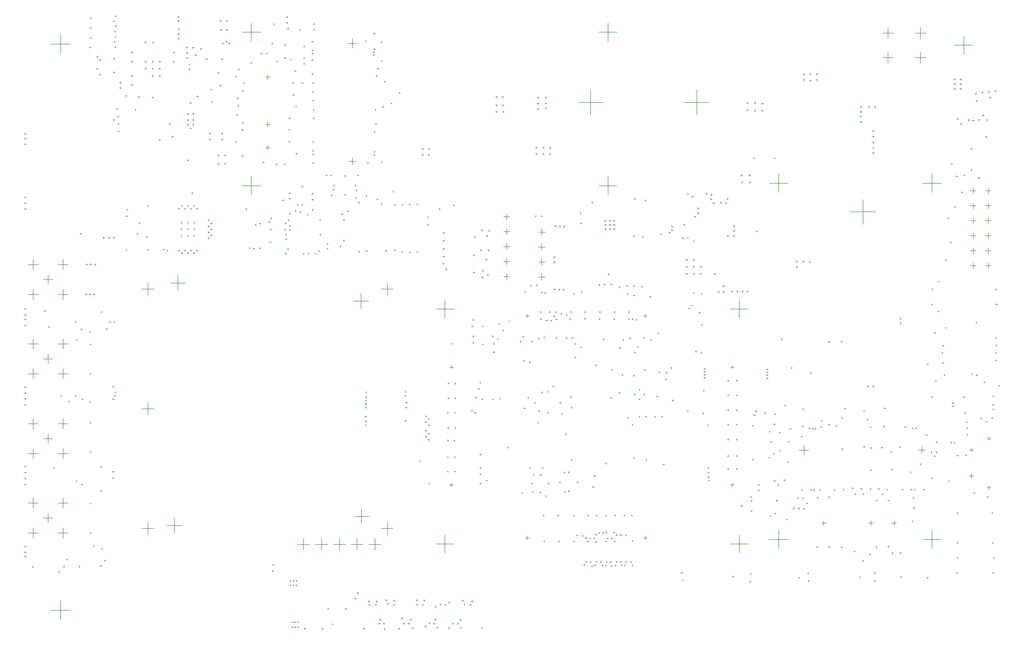
<source format=gbr>
G04*
G04 #@! TF.GenerationSoftware,Altium Limited,Altium Designer,23.7.1 (13)*
G04*
G04 Layer_Color=128*
%FSLAX25Y25*%
%MOIN*%
G70*
G04*
G04 #@! TF.SameCoordinates,AF00DCEB-AC48-4C7C-91EA-99F42E284231*
G04*
G04*
G04 #@! TF.FilePolarity,Positive*
G04*
G01*
G75*
%ADD293C,0.00200*%
D293*
X296024Y-115512D02*
X300039D01*
X298031Y-117520D02*
Y-113504D01*
X296024Y-145512D02*
X300039D01*
X298031Y-147520D02*
Y-143504D01*
X296024Y-155512D02*
X300039D01*
X298031Y-157520D02*
Y-153504D01*
X296024Y-125512D02*
X300039D01*
X298031Y-127520D02*
Y-123504D01*
X296024Y-135512D02*
X300039D01*
X298031Y-137520D02*
Y-133504D01*
X319094Y-145669D02*
X323425D01*
X321260Y-147835D02*
Y-143504D01*
X319094Y-155669D02*
X323425D01*
X321260Y-157835D02*
Y-153504D01*
X319094Y-135669D02*
X323425D01*
X321260Y-137835D02*
Y-133504D01*
X319094Y-125669D02*
X323425D01*
X321260Y-127835D02*
Y-123504D01*
X597210Y-805D02*
X609010D01*
X603110Y-6705D02*
Y5095D01*
X570866Y7445D02*
X577953D01*
X574409Y3902D02*
Y10988D01*
X570866Y-9055D02*
X577953D01*
X574409Y-12598D02*
Y-5512D01*
X549166Y7445D02*
X556253D01*
X552709Y3902D02*
Y10988D01*
X549166Y-9055D02*
X556253D01*
X552709Y-12598D02*
Y-5512D01*
X-6260Y0D02*
X6260D01*
X0Y-6260D02*
Y6260D01*
X606988Y-288779D02*
X609547D01*
X608268Y-290059D02*
Y-287500D01*
X606988Y-271260D02*
X609547D01*
X608268Y-272539D02*
Y-269980D01*
X618898Y-263583D02*
X621260D01*
X620079Y-264764D02*
Y-262402D01*
X618898Y-296457D02*
X621260D01*
X620079Y-297638D02*
Y-295276D01*
X136801Y-22096D02*
X139793D01*
X138297Y-23592D02*
Y-20600D01*
X136801Y-69340D02*
X139793D01*
X138297Y-70836D02*
Y-67844D01*
X191732Y394D02*
X198031D01*
X194882Y-2756D02*
Y3543D01*
X192717Y-78347D02*
X197047D01*
X194882Y-80512D02*
Y-76181D01*
X493307Y-271358D02*
X499606D01*
X496457Y-274508D02*
Y-268209D01*
X573032Y-271358D02*
X577362D01*
X575197Y-273524D02*
Y-269193D01*
X345768Y-38976D02*
X362303D01*
X354035Y-47244D02*
Y-30709D01*
X416535Y-38976D02*
X433071D01*
X424803Y-47244D02*
Y-30709D01*
X136801Y-69340D02*
X139793D01*
X138297Y-70836D02*
Y-67844D01*
X136801Y-53592D02*
X139793D01*
X138297Y-55088D02*
Y-52096D01*
X527559Y-112205D02*
X544095D01*
X535827Y-120472D02*
Y-103937D01*
X389379Y-181769D02*
X391545D01*
X390462Y-182852D02*
Y-180686D01*
X310639Y-181769D02*
X312805D01*
X311722Y-182852D02*
Y-180686D01*
X539597Y-320167D02*
X542589D01*
X541093Y-321663D02*
Y-318671D01*
X555345Y-320167D02*
X558337D01*
X556841Y-321663D02*
Y-318671D01*
X508101Y-320167D02*
X511093D01*
X509597Y-321663D02*
Y-318671D01*
X555345Y-320167D02*
X558337D01*
X556841Y-321663D02*
Y-318671D01*
X182271Y-334252D02*
X190171D01*
X186221Y-338202D02*
Y-330302D01*
X194081Y-334252D02*
X201981D01*
X198031Y-338202D02*
Y-330302D01*
X54318Y-163779D02*
X62218D01*
X58268Y-167729D02*
Y-159829D01*
X205892Y-334252D02*
X213792D01*
X209842Y-338202D02*
Y-330302D01*
X54318Y-323622D02*
X62218D01*
X58268Y-327572D02*
Y-319672D01*
X214160Y-163779D02*
X222060D01*
X218110Y-167729D02*
Y-159829D01*
X54318Y-243701D02*
X62218D01*
X58268Y-247651D02*
Y-239751D01*
X170271Y-334252D02*
X178171D01*
X174221Y-338202D02*
Y-330302D01*
X214160Y-323622D02*
X222060D01*
X218110Y-327572D02*
Y-319672D01*
X158271Y-334252D02*
X166171D01*
X162221Y-338202D02*
Y-330302D01*
X389369Y-329890D02*
X391535D01*
X390452Y-330973D02*
Y-328807D01*
X310629Y-329890D02*
X312795D01*
X311712Y-330973D02*
Y-328807D01*
X259999Y-294702D02*
X262165D01*
X261082Y-295785D02*
Y-293619D01*
X259999Y-215962D02*
X262165D01*
X261082Y-217045D02*
Y-214879D01*
X447490Y-215972D02*
X449656D01*
X448573Y-217055D02*
Y-214889D01*
X447490Y-294712D02*
X449656D01*
X448573Y-295795D02*
Y-293629D01*
X195876Y-315719D02*
X205876D01*
X200876Y-320719D02*
Y-310719D01*
X70768Y-321622D02*
X80768D01*
X75768Y-326622D02*
Y-316622D01*
X73268Y-159780D02*
X83268D01*
X78268Y-164779D02*
Y-154780D01*
X170271Y-334252D02*
X178171D01*
X174221Y-338202D02*
Y-330302D01*
X194081Y-334252D02*
X201981D01*
X198031Y-338202D02*
Y-330302D01*
X205892Y-334252D02*
X213792D01*
X209842Y-338202D02*
Y-330302D01*
X214160Y-163779D02*
X222060D01*
X218110Y-167729D02*
Y-159829D01*
X214160Y-323622D02*
X222060D01*
X218110Y-327572D02*
Y-319672D01*
X54318Y-323622D02*
X62218D01*
X58268Y-327572D02*
Y-319672D01*
X54318Y-243701D02*
X62218D01*
X58268Y-247651D02*
Y-239751D01*
X54318Y-163779D02*
X62218D01*
X58268Y-167729D02*
Y-159829D01*
X182271Y-334252D02*
X190171D01*
X186221Y-338202D02*
Y-330302D01*
X158271Y-334252D02*
X166171D01*
X162221Y-338202D02*
Y-330302D01*
X195610Y-171879D02*
X205610D01*
X200610Y-176880D02*
Y-166879D01*
X447287Y-334056D02*
X459098D01*
X453193Y-339962D02*
Y-328151D01*
X250687Y-177056D02*
X262498D01*
X256593Y-182962D02*
Y-171151D01*
X250787Y-334056D02*
X262598D01*
X256693Y-339962D02*
Y-328151D01*
X447287Y-177056D02*
X459098D01*
X453193Y-182962D02*
Y-171151D01*
X-21811Y-326781D02*
X-15118D01*
X-18464Y-330128D02*
Y-323435D01*
X-11417Y-316781D02*
X-5512D01*
X-8465Y-319734D02*
Y-313828D01*
X-1811Y-326781D02*
X4882D01*
X1535Y-330128D02*
Y-323435D01*
X-1811Y-306781D02*
X4882D01*
X1535Y-310128D02*
Y-303435D01*
X-21811Y-306781D02*
X-15118D01*
X-18464Y-310128D02*
Y-303435D01*
X-21811Y-273630D02*
X-15118D01*
X-18465Y-276976D02*
Y-270284D01*
X-11417Y-263630D02*
X-5512D01*
X-8465Y-266583D02*
Y-260677D01*
X-1811Y-273630D02*
X4882D01*
X1535Y-276976D02*
Y-270284D01*
X-1811Y-253630D02*
X4882D01*
X1535Y-256976D02*
Y-250284D01*
X-21811Y-253630D02*
X-15118D01*
X-18465Y-256976D02*
Y-250284D01*
X-21811Y-220480D02*
X-15118D01*
X-18465Y-223827D02*
Y-217134D01*
X-11417Y-210480D02*
X-5512D01*
X-8465Y-213433D02*
Y-207528D01*
X-1811Y-220480D02*
X4882D01*
X1535Y-223827D02*
Y-217134D01*
X-1811Y-200480D02*
X4882D01*
X1535Y-203827D02*
Y-197134D01*
X-21811Y-200480D02*
X-15118D01*
X-18465Y-203827D02*
Y-197134D01*
X-21811Y-167332D02*
X-15118D01*
X-18464Y-170679D02*
Y-163986D01*
X-11417Y-157332D02*
X-5512D01*
X-8465Y-160285D02*
Y-154379D01*
X-1811Y-167332D02*
X4882D01*
X1535Y-170679D02*
Y-163986D01*
X-1811Y-147332D02*
X4882D01*
X1535Y-150679D02*
Y-143986D01*
X-21811Y-147332D02*
X-15118D01*
X-18464Y-150679D02*
Y-143986D01*
X607677Y-98189D02*
X611221D01*
X609449Y-99961D02*
Y-96417D01*
X607677Y-108189D02*
X611221D01*
X609449Y-109961D02*
Y-106417D01*
X607677Y-118189D02*
X611221D01*
X609449Y-119961D02*
Y-116417D01*
X607677Y-128189D02*
X611221D01*
X609449Y-129961D02*
Y-126417D01*
X607677Y-138189D02*
X611221D01*
X609449Y-139961D02*
Y-136417D01*
X607677Y-148189D02*
X611221D01*
X609449Y-149961D02*
Y-146417D01*
X617677Y-98189D02*
X621220D01*
X619449Y-99961D02*
Y-96417D01*
X617677Y-108189D02*
X621220D01*
X619449Y-109961D02*
Y-106417D01*
X617677Y-118189D02*
X621220D01*
X619449Y-119961D02*
Y-116417D01*
X617677Y-128189D02*
X621220D01*
X619449Y-129961D02*
Y-126417D01*
X617677Y-138189D02*
X621220D01*
X619449Y-139961D02*
Y-136417D01*
X617677Y-148189D02*
X621220D01*
X619449Y-149961D02*
Y-146417D01*
X-6260Y-378395D02*
X6260D01*
X0Y-384655D02*
Y-372135D01*
X181134Y-387757D02*
X181934D01*
X181534Y-388157D02*
Y-387357D01*
X521647Y-270866D02*
X522447D01*
X522047Y-271266D02*
Y-270466D01*
X496220Y-310492D02*
X497020D01*
X496620Y-310892D02*
Y-310092D01*
X61411Y787D02*
X62211D01*
X61811Y387D02*
Y1187D01*
X592907Y-292126D02*
X593707D01*
X593307Y-292526D02*
Y-291726D01*
X244925Y-120837D02*
X245725D01*
X245325Y-121237D02*
Y-120437D01*
X499649Y-256633D02*
X500449D01*
X500049Y-257033D02*
Y-256234D01*
X584639Y-266142D02*
X585439D01*
X585039Y-266542D02*
Y-265742D01*
X560230Y-269291D02*
X561030D01*
X560630Y-269691D02*
Y-268891D01*
X598644Y-275032D02*
X599444D01*
X599044Y-275432D02*
Y-274632D01*
X584639Y-272835D02*
X585439D01*
X585039Y-273235D02*
Y-272435D01*
X581096Y-272835D02*
X581896D01*
X581496Y-273235D02*
Y-272435D01*
X548025Y-269632D02*
X548825D01*
X548425Y-270032D02*
Y-269232D01*
X540693Y-284626D02*
X541493D01*
X541093Y-285026D02*
Y-284226D01*
X541011Y-269932D02*
X541812D01*
X541411Y-270332D02*
Y-269532D01*
X536089Y-269182D02*
X536889D01*
X536489Y-269582D02*
Y-268782D01*
X554324Y-272441D02*
X555124D01*
X554724Y-272841D02*
Y-272041D01*
X555060Y-284401D02*
X555860D01*
X555460Y-284801D02*
Y-284001D01*
X574006Y-280807D02*
X574806D01*
X574406Y-281207D02*
Y-280407D01*
X567125Y-286203D02*
X567925D01*
X567525Y-286603D02*
Y-285803D01*
X581490Y-290158D02*
X582290D01*
X581890Y-290558D02*
Y-289757D01*
X583415Y-275386D02*
X584215D01*
X583815Y-275786D02*
Y-274986D01*
X614423Y-250158D02*
X615223D01*
X614822Y-250558D02*
Y-249758D01*
X604324Y-274803D02*
X605124D01*
X604724Y-275203D02*
Y-274403D01*
X320860Y-166142D02*
X321660D01*
X321260Y-166542D02*
Y-165742D01*
X323222Y-166535D02*
X324022D01*
X323622Y-166935D02*
Y-166135D01*
X149994Y-140157D02*
X150794D01*
X150394Y-140558D02*
Y-139758D01*
X316923Y-114961D02*
X317723D01*
X317323Y-115361D02*
Y-114561D01*
X320860Y-114961D02*
X321660D01*
X321260Y-115361D02*
Y-114561D01*
X320361Y-183851D02*
X321161D01*
X320761Y-184251D02*
Y-183451D01*
X309049Y-211811D02*
X309849D01*
X309449Y-212211D02*
Y-211411D01*
X312986Y-212598D02*
X313786D01*
X313386Y-212998D02*
Y-212198D01*
X123616Y-110236D02*
X124416D01*
X124016Y-110636D02*
Y-109836D01*
X221951Y-98694D02*
X222751D01*
X222351Y-99094D02*
Y-98294D01*
X244876Y-115748D02*
X245676D01*
X245276Y-116148D02*
Y-115348D01*
X211248Y-103695D02*
X212048D01*
X211648Y-104095D02*
Y-103295D01*
X43600Y-137747D02*
X44401D01*
X44001Y-138147D02*
Y-137347D01*
X100329Y-127872D02*
X101129D01*
X100729Y-128271D02*
Y-127471D01*
X-24022Y-181102D02*
X-23222D01*
X-23622Y-181502D02*
Y-180702D01*
X98361Y-129872D02*
X99161D01*
X98761Y-130272D02*
Y-129472D01*
X57022Y-128927D02*
X57822D01*
X57422Y-129327D02*
Y-128527D01*
X88912Y-128140D02*
X89712D01*
X89312Y-128540D02*
Y-127740D01*
X84581Y-128140D02*
X85381D01*
X84981Y-128540D02*
Y-127740D01*
X80251Y-128140D02*
X81051D01*
X80651Y-128540D02*
Y-127740D01*
X88912Y-123809D02*
X89712D01*
X89312Y-124209D02*
Y-123409D01*
X84581Y-123809D02*
X85381D01*
X84981Y-124209D02*
Y-123409D01*
X80251Y-123809D02*
X81051D01*
X80651Y-124209D02*
Y-123409D01*
X88912Y-119478D02*
X89712D01*
X89312Y-119878D02*
Y-119078D01*
X84581Y-119478D02*
X85381D01*
X84981Y-119878D02*
Y-119078D01*
X80251Y-119478D02*
X81051D01*
X80651Y-119878D02*
Y-119078D01*
X98361Y-125872D02*
X99161D01*
X98761Y-126271D02*
Y-125471D01*
X58007Y-137589D02*
X58807D01*
X58407Y-137989D02*
Y-137189D01*
X84644Y-139557D02*
X85444D01*
X85044Y-139957D02*
Y-139157D01*
X80644Y-139557D02*
X81444D01*
X81044Y-139957D02*
Y-139157D01*
X88644Y-139557D02*
X89444D01*
X89044Y-139957D02*
Y-139157D01*
X70802Y-138095D02*
X71602D01*
X71202Y-138495D02*
Y-137695D01*
X78644Y-137936D02*
X79444D01*
X79044Y-138336D02*
Y-137536D01*
X82644Y-137936D02*
X83444D01*
X83044Y-138336D02*
Y-137536D01*
X90644Y-137936D02*
X91444D01*
X91044Y-138336D02*
Y-137536D01*
X86644Y-137936D02*
X87444D01*
X87044Y-138336D02*
Y-137536D01*
X68489Y-137453D02*
X69289D01*
X68889Y-137854D02*
Y-137054D01*
X98361Y-117746D02*
X99161D01*
X98761Y-118146D02*
Y-117346D01*
X98361Y-121871D02*
X99161D01*
X98761Y-122272D02*
Y-121472D01*
X52101Y-119872D02*
X52901D01*
X52501Y-120272D02*
Y-119472D01*
X43734Y-115080D02*
X44534D01*
X44134Y-115480D02*
Y-114680D01*
X44221Y-110628D02*
X45021D01*
X44621Y-111028D02*
Y-110228D01*
X57810Y-108061D02*
X58610D01*
X58210Y-108461D02*
Y-107661D01*
X90644Y-110061D02*
X91444D01*
X91044Y-110461D02*
Y-109661D01*
X78518Y-110029D02*
X79318D01*
X78918Y-110430D02*
Y-109629D01*
X82518Y-110029D02*
X83318D01*
X82918Y-110430D02*
Y-109629D01*
X86581Y-110029D02*
X87381D01*
X86981Y-110430D02*
Y-109629D01*
X80581Y-108061D02*
X81381D01*
X80981Y-108461D02*
Y-107661D01*
X88581Y-108061D02*
X89381D01*
X88981Y-108461D02*
Y-107661D01*
X84581Y-108061D02*
X85381D01*
X84981Y-108461D02*
Y-107661D01*
X138870Y-118898D02*
X139870D01*
X139370Y-119398D02*
Y-118398D01*
X262324Y-107813D02*
X263124D01*
X262724Y-108213D02*
Y-107413D01*
X252682Y-110236D02*
X253482D01*
X253082Y-110636D02*
Y-109836D01*
X317428Y-161260D02*
X318228D01*
X317828Y-161660D02*
Y-160860D01*
X313478Y-161597D02*
X314278D01*
X313878Y-161997D02*
Y-161197D01*
X285720Y-124803D02*
X286720D01*
X286221Y-125303D02*
Y-124303D01*
X285327Y-137795D02*
X286327D01*
X285827Y-138295D02*
Y-137295D01*
X284884Y-154492D02*
X285884D01*
X285384Y-154992D02*
Y-153992D01*
X284146Y-128347D02*
X285146D01*
X284646Y-128847D02*
Y-127847D01*
X283752Y-144095D02*
X284752D01*
X284252Y-144595D02*
Y-143595D01*
X281558Y-151217D02*
X282558D01*
X282058Y-151717D02*
Y-150717D01*
X281390Y-155905D02*
X282390D01*
X281890Y-156405D02*
Y-155405D01*
X280996Y-124409D02*
X281996D01*
X281496Y-124909D02*
Y-123909D01*
X280209Y-137795D02*
X281209D01*
X280709Y-138295D02*
Y-137295D01*
X276150Y-128810D02*
X277150D01*
X276650Y-129310D02*
Y-128310D01*
X275583Y-152559D02*
X276583D01*
X276083Y-153059D02*
Y-152059D01*
X275583Y-141142D02*
X276583D01*
X276083Y-141642D02*
Y-140642D01*
X255405Y-126378D02*
X256405D01*
X255906Y-126878D02*
Y-125878D01*
X255405Y-131496D02*
X256405D01*
X255906Y-131996D02*
Y-130996D01*
X255405Y-137008D02*
X256405D01*
X255906Y-137508D02*
Y-136508D01*
X255405Y-142126D02*
X256405D01*
X255906Y-142626D02*
Y-141626D01*
X256980Y-150394D02*
X257980D01*
X257480Y-150894D02*
Y-149894D01*
X255012Y-146850D02*
X256012D01*
X255512Y-147350D02*
Y-146350D01*
X140051Y-116535D02*
X141051D01*
X140551Y-117035D02*
Y-116035D01*
X367710Y-330315D02*
X368510D01*
X368110Y-330715D02*
Y-329915D01*
X261606Y-387255D02*
X262406D01*
X262006Y-387655D02*
Y-386855D01*
X364954Y-330315D02*
X365754D01*
X365354Y-330715D02*
Y-329915D01*
X264757Y-387253D02*
X265558D01*
X265158Y-387653D02*
Y-386854D01*
X373714Y-346144D02*
X374515D01*
X374114Y-346544D02*
Y-345744D01*
X245939Y-386975D02*
X246739D01*
X246339Y-387375D02*
Y-386575D01*
X249009Y-387253D02*
X249810D01*
X249410Y-387653D02*
Y-386854D01*
X370959Y-346144D02*
X371759D01*
X371359Y-346544D02*
Y-345744D01*
X237592Y-374655D02*
X238392D01*
X237992Y-375055D02*
Y-374255D01*
X367022Y-346144D02*
X367822D01*
X367422Y-346544D02*
Y-345744D01*
X241529Y-374655D02*
X242329D01*
X241929Y-375055D02*
Y-374255D01*
X364266Y-346144D02*
X365066D01*
X364666Y-346544D02*
Y-345744D01*
X353636Y-346144D02*
X354436D01*
X354036Y-346544D02*
Y-345744D01*
X206096Y-374655D02*
X206896D01*
X206496Y-375055D02*
Y-374255D01*
X350880Y-346144D02*
X351680D01*
X351280Y-346544D02*
Y-345744D01*
X210033Y-374655D02*
X210833D01*
X210433Y-375055D02*
Y-374255D01*
X360329Y-346144D02*
X361129D01*
X360729Y-346544D02*
Y-345744D01*
X228931Y-387253D02*
X229731D01*
X229331Y-387653D02*
Y-386854D01*
X357573Y-346144D02*
X358373D01*
X357973Y-346544D02*
Y-345744D01*
X232080Y-387253D02*
X232880D01*
X232480Y-387653D02*
Y-386854D01*
X212395Y-387253D02*
X213195D01*
X212795Y-387653D02*
Y-386854D01*
X215545Y-387253D02*
X216345D01*
X215945Y-387653D02*
Y-386854D01*
X355899Y-330315D02*
X356699D01*
X356299Y-330715D02*
Y-329915D01*
X353143Y-330315D02*
X353943D01*
X353543Y-330715D02*
Y-329915D01*
X218045Y-374108D02*
X218845D01*
X218445Y-374507D02*
Y-373708D01*
X222238Y-374655D02*
X223038D01*
X222638Y-375055D02*
Y-374255D01*
X364067Y-326378D02*
X365067D01*
X364567Y-326878D02*
Y-325878D01*
X357075Y-327776D02*
X358075D01*
X357575Y-328276D02*
Y-327276D01*
X356980Y-332677D02*
X357980D01*
X357480Y-333177D02*
Y-332177D01*
X350287Y-329921D02*
X351287D01*
X350787Y-330421D02*
Y-329421D01*
X359252Y-326841D02*
X360052D01*
X359652Y-327241D02*
Y-326441D01*
X362008Y-326841D02*
X362808D01*
X362408Y-327241D02*
Y-326441D01*
X205405Y-372441D02*
X206405D01*
X205906Y-372941D02*
Y-371941D01*
X210524Y-372441D02*
X211524D01*
X211024Y-372941D02*
Y-371941D01*
X222335Y-372047D02*
X223335D01*
X222835Y-372547D02*
Y-371547D01*
X216823Y-371654D02*
X217823D01*
X217323Y-372153D02*
Y-371153D01*
X237295Y-371654D02*
X238295D01*
X237795Y-372153D02*
Y-371153D01*
X242397Y-371864D02*
X243397D01*
X242897Y-372364D02*
Y-371364D01*
X249894Y-375984D02*
X250894D01*
X250394Y-376484D02*
Y-375484D01*
X258949Y-373228D02*
X259949D01*
X259449Y-373728D02*
Y-372728D01*
X268004Y-372047D02*
X269004D01*
X268504Y-372547D02*
Y-371547D01*
X274303Y-372441D02*
X275303D01*
X274803Y-372941D02*
Y-371941D01*
X266429Y-385039D02*
X267429D01*
X266929Y-385539D02*
Y-384539D01*
X243201Y-389370D02*
X244201D01*
X243701Y-389870D02*
Y-388870D01*
X249894Y-384646D02*
X250894D01*
X250394Y-385146D02*
Y-384146D01*
X227453Y-383858D02*
X228453D01*
X227953Y-384358D02*
Y-383358D01*
X233358Y-384646D02*
X234358D01*
X233858Y-385146D02*
Y-384146D01*
X212886Y-384646D02*
X213886D01*
X213386Y-385146D02*
Y-384146D01*
X512986Y-199213D02*
X513786D01*
X513386Y-199613D02*
Y-198813D01*
X521253Y-198819D02*
X522053D01*
X521654Y-199219D02*
Y-198419D01*
X590939Y-189764D02*
X591739D01*
X591339Y-190164D02*
Y-189364D01*
X152825Y-121747D02*
X153625D01*
X153225Y-122147D02*
Y-121347D01*
X132699Y-136519D02*
X133499D01*
X133099Y-136919D02*
Y-136119D01*
X24000Y-8429D02*
X25000D01*
X24500Y-8929D02*
Y-7929D01*
X602750Y-235946D02*
X603550D01*
X603150Y-236346D02*
Y-235546D01*
X603916Y-246600D02*
X604716D01*
X604316Y-247000D02*
Y-246199D01*
X152356Y-65354D02*
X153156D01*
X152756Y-65754D02*
Y-64954D01*
X152356Y-57480D02*
X153156D01*
X152756Y-57880D02*
Y-57080D01*
X152356Y-49606D02*
X153156D01*
X152756Y-50006D02*
Y-49206D01*
X157080Y-73228D02*
X157880D01*
X157480Y-73628D02*
Y-72828D01*
X284246Y-291732D02*
X285046D01*
X284646Y-292132D02*
Y-291332D01*
X381490Y-183858D02*
X382290D01*
X381890Y-184258D02*
Y-183458D01*
X384246Y-184252D02*
X385046D01*
X384646Y-184652D02*
Y-183852D01*
X359343Y-161024D02*
X360343D01*
X359842Y-161524D02*
Y-160524D01*
X362886Y-160630D02*
X363886D01*
X363386Y-161130D02*
Y-160130D01*
X367216Y-160630D02*
X368216D01*
X367717Y-161130D02*
Y-160130D01*
X454375Y-308565D02*
X455175D01*
X454775Y-308965D02*
Y-308166D01*
X569285Y-303150D02*
X570085D01*
X569685Y-303550D02*
Y-302750D01*
X607868Y-84252D02*
X608668D01*
X608268Y-84652D02*
Y-83852D01*
X382683Y-161839D02*
X383483D01*
X383083Y-162239D02*
Y-161439D01*
X420913Y-174784D02*
X421713D01*
X421313Y-175184D02*
Y-174384D01*
X396450Y-249016D02*
X397250D01*
X396850Y-249416D02*
Y-248616D01*
X128663Y-136618D02*
X129463D01*
X129063Y-137018D02*
Y-136218D01*
X38213Y-53355D02*
X39013D01*
X38613Y-53755D02*
Y-52955D01*
X172274Y-138386D02*
X173074D01*
X172674Y-138786D02*
Y-137986D01*
X613005Y-89494D02*
X613805D01*
X613406Y-89894D02*
Y-89094D01*
X387789Y-162205D02*
X388589D01*
X388189Y-162605D02*
Y-161805D01*
X419398Y-176745D02*
X420198D01*
X419798Y-177145D02*
Y-176345D01*
X401175Y-249213D02*
X401975D01*
X401575Y-249613D02*
Y-248813D01*
X125908Y-136224D02*
X126707D01*
X126307Y-136624D02*
Y-135824D01*
X38183Y-58355D02*
X38983D01*
X38583Y-58755D02*
Y-57955D01*
X169912Y-139961D02*
X170712D01*
X170311Y-140361D02*
Y-139561D01*
X491232Y-149213D02*
X492232D01*
X491732Y-149713D02*
Y-148713D01*
X499894Y-145669D02*
X500894D01*
X500394Y-146169D02*
Y-145169D01*
X495563Y-145276D02*
X496563D01*
X496063Y-145776D02*
Y-144776D01*
X491232Y-145276D02*
X492232D01*
X491732Y-145776D02*
Y-144776D01*
X549991Y-243310D02*
X550791D01*
X550391Y-243710D02*
Y-242910D01*
X476765Y-247244D02*
X477565D01*
X477165Y-247644D02*
Y-246844D01*
X538870Y-228740D02*
X539870D01*
X539370Y-229240D02*
Y-228240D01*
X542413Y-228740D02*
X543413D01*
X542913Y-229240D02*
Y-228240D01*
X560524Y-183465D02*
X561524D01*
X561024Y-183965D02*
Y-182965D01*
X560524Y-186614D02*
X561524D01*
X561024Y-187114D02*
Y-186114D01*
X-5124Y-283071D02*
X-4324D01*
X-4724Y-283471D02*
Y-282671D01*
X34933Y-129528D02*
X35933D01*
X35433Y-130028D02*
Y-129028D01*
X31784Y-129528D02*
X32783D01*
X32283Y-130028D02*
Y-129028D01*
X28240Y-129528D02*
X29240D01*
X28740Y-130028D02*
Y-129028D01*
X35033Y-50787D02*
X35833D01*
X35433Y-51187D02*
Y-50387D01*
X149535Y-124206D02*
X150335D01*
X149935Y-124606D02*
Y-123805D01*
X149833Y-119882D02*
X150633D01*
X150233Y-120282D02*
Y-119482D01*
X429128Y-231496D02*
X429928D01*
X429528Y-231896D02*
Y-231096D01*
X363773Y-280315D02*
X364573D01*
X364173Y-280715D02*
Y-279915D01*
X461805Y-255118D02*
X462605D01*
X462205Y-255518D02*
Y-254718D01*
X464561Y-125197D02*
X465361D01*
X464961Y-125597D02*
Y-124797D01*
X49600Y-44094D02*
X50400D01*
X50000Y-44495D02*
Y-43694D01*
X323516Y-42913D02*
X324516D01*
X324016Y-43413D02*
Y-42413D01*
X318398Y-43307D02*
X319398D01*
X318898Y-43807D02*
Y-42807D01*
X323516Y-39764D02*
X324516D01*
X324016Y-40264D02*
Y-39264D01*
X318398Y-39764D02*
X319398D01*
X318898Y-40264D02*
Y-39264D01*
X323516Y-35827D02*
X324516D01*
X324016Y-36327D02*
Y-35327D01*
X318398Y-35827D02*
X319398D01*
X318898Y-36327D02*
Y-35327D01*
X504618Y-24016D02*
X505618D01*
X505118Y-24516D02*
Y-23516D01*
X500287Y-24409D02*
X501287D01*
X500787Y-24909D02*
Y-23910D01*
X495957Y-24016D02*
X496957D01*
X496457Y-24516D02*
Y-23516D01*
X504618Y-20079D02*
X505618D01*
X505118Y-20579D02*
Y-19579D01*
X500287Y-20079D02*
X501287D01*
X500787Y-20579D02*
Y-19579D01*
X495957Y-20079D02*
X496957D01*
X496457Y-20579D02*
Y-19579D01*
X245169Y-74016D02*
X246169D01*
X245669Y-74516D02*
Y-73516D01*
X245563Y-70079D02*
X246563D01*
X246063Y-70579D02*
Y-69579D01*
X241232Y-74016D02*
X242232D01*
X241732Y-74516D02*
Y-73516D01*
X241232Y-70079D02*
X242232D01*
X241732Y-70579D02*
Y-69579D01*
X326272Y-73622D02*
X327272D01*
X326772Y-74122D02*
Y-73122D01*
X321941Y-73622D02*
X322941D01*
X322441Y-74122D02*
Y-73122D01*
X317216Y-73228D02*
X318216D01*
X317717Y-73728D02*
Y-72728D01*
X326272Y-69291D02*
X327272D01*
X326772Y-69791D02*
Y-68791D01*
X321941Y-69291D02*
X322941D01*
X322441Y-69791D02*
Y-68791D01*
X317216Y-69291D02*
X318216D01*
X317717Y-69791D02*
Y-68791D01*
X427553Y-206299D02*
X428353D01*
X427953Y-206699D02*
Y-205899D01*
X481096Y-197244D02*
X481896D01*
X481496Y-197644D02*
Y-196844D01*
X468004Y-44488D02*
X469004D01*
X468504Y-44988D02*
Y-43988D01*
X463279Y-44488D02*
X464280D01*
X463779Y-44988D02*
Y-43988D01*
X458161Y-44094D02*
X459161D01*
X458661Y-44594D02*
Y-43595D01*
X468398Y-39764D02*
X469398D01*
X468898Y-40264D02*
Y-39264D01*
X463279Y-39370D02*
X464280D01*
X463779Y-39870D02*
Y-38870D01*
X458161Y-39370D02*
X459161D01*
X458661Y-39870D02*
Y-38870D01*
X295169Y-45276D02*
X296169D01*
X295669Y-45776D02*
Y-44776D01*
X290445Y-45276D02*
X291445D01*
X290945Y-45776D02*
Y-44776D01*
X294776Y-40945D02*
X295776D01*
X295276Y-41445D02*
Y-40445D01*
X290445Y-40945D02*
X291445D01*
X290945Y-41445D02*
Y-40445D01*
X294776Y-35433D02*
X295776D01*
X295276Y-35933D02*
Y-34933D01*
X290445Y-35433D02*
X291445D01*
X290945Y-35933D02*
Y-34933D01*
X118104Y-40945D02*
X118904D01*
X118504Y-41345D02*
Y-40545D01*
X84539Y-77559D02*
X85539D01*
X85039Y-78059D02*
Y-77059D01*
X383065Y-234252D02*
X383865D01*
X383465Y-234652D02*
Y-233852D01*
X389364Y-234252D02*
X390164D01*
X389764Y-234652D02*
Y-233852D01*
X386214Y-237402D02*
X387014D01*
X386614Y-237802D02*
Y-237002D01*
X386214Y-231102D02*
X387014D01*
X386614Y-231502D02*
Y-230702D01*
X611411Y-221260D02*
X612211D01*
X611811Y-221660D02*
Y-220860D01*
X426372Y-179528D02*
X427172D01*
X426772Y-179928D02*
Y-179128D01*
X418498Y-245276D02*
X419298D01*
X418898Y-245676D02*
Y-244876D01*
X601705Y-99109D02*
X602505D01*
X602105Y-99509D02*
Y-98709D01*
X596844Y-108661D02*
X597644D01*
X597244Y-109061D02*
Y-108261D01*
X592513Y-116535D02*
X593313D01*
X592913Y-116935D02*
Y-116135D01*
X594088Y-132677D02*
X594888D01*
X594488Y-133077D02*
Y-132277D01*
X43301Y-34646D02*
X44101D01*
X43701Y-35046D02*
Y-34246D01*
X50887Y-126878D02*
X51687D01*
X51287Y-127278D02*
Y-126478D01*
X12986Y-126878D02*
X13786D01*
X13386Y-127278D02*
Y-126478D01*
X29143Y-345214D02*
X29943D01*
X29543Y-345614D02*
Y-344814D01*
X239757Y-278740D02*
X240558D01*
X240158Y-279140D02*
Y-278340D01*
X25878Y-20472D02*
X26878D01*
X26378Y-20972D02*
Y-19972D01*
X23910Y-16535D02*
X24909D01*
X24409Y-17035D02*
Y-16035D01*
X25878Y-10630D02*
X26878D01*
X26378Y-11130D02*
Y-10130D01*
X35033Y15354D02*
X35833D01*
X35433Y14954D02*
Y15754D01*
X35820Y8268D02*
X36621D01*
X36220Y7868D02*
Y8668D01*
X35427Y1575D02*
X36227D01*
X35827Y1175D02*
Y1975D01*
X19285Y-2362D02*
X20085D01*
X19685Y-2762D02*
Y-1962D01*
X19679Y3937D02*
X20479D01*
X20079Y3537D02*
Y4337D01*
X19679Y10630D02*
X20479D01*
X20079Y10230D02*
Y11030D01*
X19679Y17323D02*
X20479D01*
X20079Y16923D02*
Y17723D01*
X298419Y-269685D02*
X299219D01*
X298819Y-270085D02*
Y-269285D01*
X390939Y-277953D02*
X391739D01*
X391339Y-278353D02*
Y-277553D01*
X299206Y-185433D02*
X300006D01*
X299606Y-185833D02*
Y-185033D01*
X230702Y-239764D02*
X231502D01*
X231102Y-240164D02*
Y-239364D01*
X230309Y-242913D02*
X231109D01*
X230709Y-243313D02*
Y-242513D01*
X398813Y-193307D02*
X399613D01*
X399213Y-193707D02*
Y-192907D01*
X203931Y-101575D02*
X204731D01*
X204331Y-101975D02*
Y-101175D01*
X431883Y-254724D02*
X432684D01*
X432283Y-255124D02*
Y-254324D01*
X495663Y-244094D02*
X496463D01*
X496063Y-244495D02*
Y-243694D01*
X172828Y-117323D02*
X173628D01*
X173228Y-117723D02*
Y-116923D01*
X260624Y-200394D02*
X261424D01*
X261024Y-200794D02*
Y-199994D01*
X381490Y-254331D02*
X382290D01*
X381890Y-254731D02*
Y-253931D01*
X318589Y-253024D02*
X319389D01*
X318989Y-253424D02*
Y-252624D01*
X337002Y-260630D02*
X337802D01*
X337402Y-261030D02*
Y-260230D01*
X428734Y-246850D02*
X429534D01*
X429134Y-247250D02*
Y-246450D01*
X483431Y-241339D02*
X484231D01*
X483831Y-241739D02*
Y-240939D01*
X487789Y-216535D02*
X488589D01*
X488189Y-216935D02*
Y-216135D01*
X500571Y-219896D02*
X501371D01*
X500971Y-220296D02*
Y-219496D01*
X470072Y-246457D02*
X470872D01*
X470472Y-246857D02*
Y-246057D01*
X476569Y-76378D02*
X477368D01*
X476968Y-76778D02*
Y-75978D01*
X462592Y-76378D02*
X463392D01*
X462992Y-76778D02*
Y-75978D01*
X288970Y-205906D02*
X289770D01*
X289370Y-206306D02*
Y-205505D01*
X343301Y-200394D02*
X344101D01*
X343701Y-200794D02*
Y-199994D01*
X357080Y-214567D02*
X357880D01*
X357480Y-214967D02*
Y-214167D01*
X152750Y-113386D02*
X153550D01*
X153150Y-113786D02*
Y-112986D01*
X225978Y-32677D02*
X226778D01*
X226378Y-33077D02*
Y-32277D01*
X99994Y-30315D02*
X100794D01*
X100394Y-30715D02*
Y-29915D01*
X382671Y-276772D02*
X383471D01*
X383071Y-277172D02*
Y-276372D01*
X402356Y-281102D02*
X403156D01*
X402756Y-281502D02*
Y-280702D01*
X616529Y-225984D02*
X617329D01*
X616929Y-226384D02*
Y-225584D01*
X611214Y-186107D02*
X612014D01*
X611614Y-186507D02*
Y-185707D01*
X585820Y-178740D02*
X586621D01*
X586221Y-179140D02*
Y-178340D01*
X590939Y-144488D02*
X591739D01*
X591339Y-144888D02*
Y-144088D01*
X586214Y-158661D02*
X587014D01*
X586614Y-159061D02*
Y-158261D01*
X581765Y-163898D02*
X582565D01*
X582165Y-164298D02*
Y-163498D01*
X581490Y-174016D02*
X582290D01*
X581890Y-174416D02*
Y-173616D01*
X578734Y-214006D02*
X579534D01*
X579134Y-214406D02*
Y-213606D01*
X581490Y-235925D02*
X582290D01*
X581890Y-236325D02*
Y-235525D01*
X584246Y-225197D02*
X585046D01*
X584646Y-225597D02*
Y-224797D01*
X589788Y-221161D02*
X590588D01*
X590188Y-221561D02*
Y-220761D01*
X608261Y-220472D02*
X609061D01*
X608661Y-220872D02*
Y-220072D01*
X588970Y-212992D02*
X589770D01*
X589370Y-213392D02*
Y-212592D01*
X588522Y-206462D02*
X589322D01*
X588922Y-206862D02*
Y-206062D01*
X583458Y-192913D02*
X584258D01*
X583858Y-193313D02*
Y-192513D01*
X588970Y-201575D02*
X589770D01*
X589370Y-201975D02*
Y-201175D01*
X329128Y-181890D02*
X329928D01*
X329528Y-182290D02*
Y-181490D01*
X306687Y-198819D02*
X307487D01*
X307087Y-199219D02*
Y-198419D01*
X278734Y-230315D02*
X279534D01*
X279134Y-230715D02*
Y-229915D01*
X279915Y-226378D02*
X280715D01*
X280315Y-226778D02*
Y-225978D01*
X276765Y-236221D02*
X277565D01*
X277165Y-236620D02*
Y-235821D01*
X281096Y-237402D02*
X281896D01*
X281496Y-237802D02*
Y-237002D01*
X27159Y-337402D02*
X27959D01*
X27559Y-337802D02*
Y-337002D01*
X288183Y-237402D02*
X288983D01*
X288583Y-237802D02*
Y-237002D01*
X292907Y-237008D02*
X293707D01*
X293307Y-237408D02*
Y-236608D01*
X340939Y-277953D02*
X341739D01*
X341339Y-278353D02*
Y-277553D01*
X407474Y-216535D02*
X408274D01*
X407874Y-216935D02*
Y-216135D01*
X408360Y-238189D02*
X409160D01*
X408760Y-238589D02*
Y-237789D01*
X462073Y-277635D02*
X462873D01*
X462473Y-278035D02*
Y-277235D01*
X321450Y-283465D02*
X322250D01*
X321850Y-283865D02*
Y-283065D01*
X461017Y-305118D02*
X461817D01*
X461417Y-305518D02*
Y-304718D01*
X343301Y-209449D02*
X344101D01*
X343701Y-209849D02*
Y-209049D01*
X347238Y-202756D02*
X348038D01*
X347638Y-203156D02*
Y-202356D01*
X382671Y-168110D02*
X383471D01*
X383071Y-168510D02*
Y-167710D01*
X597997Y-88288D02*
X598797D01*
X598397Y-88687D02*
Y-87888D01*
X603143Y-87795D02*
X603943D01*
X603543Y-88195D02*
Y-87395D01*
X135033Y-79134D02*
X135833D01*
X135433Y-79534D02*
Y-78734D01*
X424010Y-205512D02*
X424810D01*
X424409Y-205912D02*
Y-205112D01*
X427947Y-187795D02*
X428747D01*
X428346Y-188195D02*
Y-187395D01*
X139670Y-132385D02*
X140470D01*
X140070Y-132785D02*
Y-131985D01*
X139716Y-124048D02*
X140516D01*
X140116Y-124448D02*
Y-123648D01*
X140939Y394D02*
X141739D01*
X141339Y-6D02*
Y794D01*
X180210Y-87795D02*
X181010D01*
X180610Y-88195D02*
Y-87395D01*
X198124Y-87795D02*
X198924D01*
X198524Y-88195D02*
Y-87395D01*
X196844Y-102756D02*
X197644D01*
X197244Y-103156D02*
Y-102356D01*
X180604Y-101181D02*
X181404D01*
X181004Y-101581D02*
Y-100781D01*
X177159Y-87795D02*
X177959D01*
X177559Y-88195D02*
Y-87395D01*
X197238Y-97638D02*
X198038D01*
X197638Y-98038D02*
Y-97238D01*
X181884Y-97244D02*
X182684D01*
X182283Y-97644D02*
Y-96844D01*
X182277Y-94488D02*
X183077D01*
X182677Y-94888D02*
Y-94088D01*
X189364Y-88189D02*
X190164D01*
X189764Y-88589D02*
Y-87789D01*
X189364Y-100787D02*
X190164D01*
X189764Y-101187D02*
Y-100387D01*
X196450Y-94488D02*
X197250D01*
X196850Y-94888D02*
Y-94088D01*
X161017Y-25984D02*
X161817D01*
X161417Y-26384D02*
Y-25584D01*
X168891Y13386D02*
X169691D01*
X169291Y12986D02*
Y13786D01*
X168891Y9646D02*
X169691D01*
X169291Y9246D02*
Y10046D01*
X159442Y9646D02*
X160242D01*
X159843Y9246D02*
Y10046D01*
X150781Y14173D02*
X151581D01*
X151181Y13773D02*
Y14573D01*
X142120Y13189D02*
X142920D01*
X142520Y12789D02*
Y13589D01*
X144285Y-11811D02*
X145085D01*
X144685Y-12211D02*
Y-11411D01*
X162198Y-9449D02*
X162998D01*
X162598Y-9849D02*
Y-9049D01*
X153143Y-10433D02*
X153943D01*
X153543Y-10833D02*
Y-10033D01*
X162198Y-13189D02*
X162998D01*
X162598Y-13589D02*
Y-12789D01*
X162198Y-1575D02*
X162998D01*
X162598Y-1975D02*
Y-1175D01*
X150781Y18110D02*
X151581D01*
X151181Y17710D02*
Y18510D01*
X137198Y-6299D02*
X137998D01*
X137598Y-6699D02*
Y-5899D01*
X133655Y-6299D02*
X134455D01*
X134055Y-6699D02*
Y-5899D01*
X149403Y-9238D02*
X150203D01*
X149803Y-9638D02*
Y-8838D01*
X149500Y-787D02*
X150500D01*
X150000Y-1287D02*
Y-287D01*
X151382Y10443D02*
X152182D01*
X151782Y10043D02*
Y10843D01*
X472903Y-276476D02*
X473703D01*
X473303Y-276876D02*
Y-276076D01*
X478931Y-294626D02*
X479731D01*
X479331Y-295026D02*
Y-294226D01*
X487002Y-256988D02*
X487802D01*
X487402Y-257388D02*
Y-256588D01*
X485427Y-279429D02*
X486227D01*
X485827Y-279829D02*
Y-279029D01*
X476372Y-254035D02*
X477172D01*
X476772Y-254435D02*
Y-253635D01*
X473222Y-259055D02*
X474022D01*
X473622Y-259455D02*
Y-258655D01*
X475978Y-273622D02*
X476778D01*
X476378Y-274022D02*
Y-273222D01*
X485820Y-265748D02*
X486621D01*
X486221Y-266148D02*
Y-265348D01*
X474010Y-265748D02*
X474810D01*
X474409Y-266148D02*
Y-265348D01*
X479915Y-259744D02*
X480715D01*
X480315Y-260144D02*
Y-259344D01*
X479915Y-271752D02*
X480715D01*
X480315Y-272152D02*
Y-271352D01*
X548419Y-300787D02*
X549219D01*
X548819Y-301187D02*
Y-300387D01*
X489167Y-310236D02*
X489967D01*
X489567Y-310636D02*
Y-309836D01*
X491923Y-303543D02*
X492723D01*
X492323Y-303943D02*
Y-303143D01*
X495466Y-303543D02*
X496266D01*
X495866Y-303943D02*
Y-303143D01*
X483065Y-291535D02*
X483865D01*
X483465Y-291935D02*
Y-291135D01*
X476372Y-291929D02*
X477172D01*
X476772Y-292329D02*
Y-291529D01*
X465742Y-294685D02*
X466542D01*
X466142Y-295085D02*
Y-294285D01*
X465742Y-298228D02*
X466542D01*
X466142Y-298628D02*
Y-297828D01*
X461017Y-312099D02*
X461817D01*
X461417Y-312498D02*
Y-311699D01*
X473419Y-315354D02*
X474219D01*
X473819Y-315754D02*
Y-314954D01*
X484443Y-317717D02*
X485243D01*
X484842Y-318116D02*
Y-317317D01*
X492710Y-310236D02*
X493510D01*
X493110Y-310636D02*
Y-309836D01*
X460624Y-302756D02*
X461424D01*
X461024Y-303156D02*
Y-302356D01*
X498025Y-307087D02*
X498825D01*
X498425Y-307487D02*
Y-306687D01*
X477846Y-305118D02*
X478847D01*
X478346Y-305618D02*
Y-304618D01*
X476962Y-313767D02*
X477762D01*
X477362Y-314167D02*
Y-313367D01*
X596464Y-266396D02*
X597264D01*
X596865Y-266796D02*
Y-265996D01*
X594365Y-266396D02*
X595164D01*
X594765Y-266796D02*
Y-265996D01*
X624538Y-196373D02*
X625338D01*
X624938Y-196773D02*
Y-195973D01*
X624526Y-201353D02*
X625326D01*
X624926Y-201753D02*
Y-200953D01*
X624538Y-206373D02*
X625338D01*
X624938Y-206773D02*
Y-205973D01*
X624518Y-211353D02*
X625318D01*
X624918Y-211753D02*
Y-210953D01*
X624679Y-173898D02*
X625479D01*
X625079Y-174298D02*
Y-173498D01*
X624285Y-163898D02*
X625085D01*
X624685Y-164298D02*
Y-163498D01*
X551569Y-297638D02*
X552368D01*
X551968Y-298038D02*
Y-297238D01*
X126765Y-12598D02*
X127565D01*
X127165Y-12998D02*
Y-12198D01*
X117710Y-36220D02*
X118510D01*
X118110Y-36621D02*
Y-35820D01*
X117316Y-47293D02*
X118116D01*
X117717Y-47693D02*
Y-46893D01*
X121254Y-52756D02*
X122054D01*
X121653Y-53156D02*
Y-52356D01*
X121254Y-31496D02*
X122054D01*
X121653Y-31896D02*
Y-31096D01*
X403993Y-224149D02*
X404993D01*
X404493Y-224649D02*
Y-223649D01*
X404126Y-219685D02*
X405126D01*
X404626Y-220185D02*
Y-219185D01*
X577932Y-261235D02*
X578732D01*
X578332Y-261635D02*
Y-260835D01*
X507474Y-255906D02*
X508274D01*
X507874Y-256306D02*
Y-255505D01*
X534414Y-297190D02*
X535214D01*
X534814Y-297590D02*
Y-296790D01*
X528560Y-296841D02*
X529360D01*
X528960Y-297241D02*
Y-296441D01*
X494876Y-298130D02*
X495676D01*
X495276Y-298530D02*
Y-297730D01*
X502947Y-297967D02*
X503747D01*
X503346Y-298367D02*
Y-297567D01*
X507080Y-298130D02*
X507880D01*
X507480Y-298530D02*
Y-297730D01*
X500781Y-298130D02*
X501581D01*
X501181Y-298530D02*
Y-297730D01*
X516529Y-298130D02*
X517329D01*
X516929Y-298530D02*
Y-297730D01*
X522435Y-297736D02*
X523235D01*
X522835Y-298136D02*
Y-297336D01*
X540545Y-297342D02*
X541345D01*
X540945Y-297743D02*
Y-296942D01*
X546057Y-297342D02*
X546857D01*
X546457Y-297743D02*
Y-296942D01*
X561805Y-297736D02*
X562605D01*
X562205Y-298136D02*
Y-297336D01*
X567710Y-297736D02*
X568510D01*
X568110Y-298136D02*
Y-297336D01*
X570072Y-297736D02*
X570872D01*
X570472Y-298136D02*
Y-297336D01*
X575978Y-297736D02*
X576778D01*
X576378Y-298136D02*
Y-297336D01*
X570860Y-256791D02*
X571660D01*
X571260Y-257191D02*
Y-256391D01*
X568498Y-256791D02*
X569298D01*
X568898Y-257191D02*
Y-256391D01*
X549600Y-255610D02*
X550400D01*
X550000Y-256010D02*
Y-255210D01*
X540545Y-256004D02*
X541345D01*
X540945Y-256404D02*
Y-255604D01*
X538576Y-250886D02*
X539376D01*
X538976Y-251286D02*
Y-250486D01*
X536214Y-245374D02*
X537014D01*
X536614Y-245774D02*
Y-244974D01*
X517710Y-255217D02*
X518510D01*
X518110Y-255616D02*
Y-254817D01*
X521647Y-249705D02*
X522447D01*
X522047Y-250105D02*
Y-249305D01*
X523616Y-243799D02*
X524416D01*
X524016Y-244199D02*
Y-243399D01*
X501962Y-257185D02*
X502762D01*
X502362Y-257585D02*
Y-256785D01*
X503931Y-257185D02*
X504731D01*
X504331Y-257585D02*
Y-256785D01*
X512986Y-254429D02*
X513786D01*
X513386Y-254829D02*
Y-254029D01*
X507868Y-251673D02*
X508668D01*
X508268Y-252073D02*
Y-251273D01*
X563773Y-255906D02*
X564573D01*
X564173Y-256306D02*
Y-255505D01*
X494482Y-262303D02*
X495282D01*
X494882Y-262703D02*
Y-261903D01*
X495269Y-255512D02*
X496069D01*
X495669Y-255912D02*
Y-255112D01*
X209049Y7087D02*
X209849D01*
X209449Y6687D02*
Y7487D01*
X203537Y1969D02*
X204337D01*
X203937Y1568D02*
Y2369D01*
X213773Y1181D02*
X214573D01*
X214173Y781D02*
Y1581D01*
X213773Y-79134D02*
X214573D01*
X214173Y-79534D02*
Y-78734D01*
X204718Y-79380D02*
X205518D01*
X205118Y-79780D02*
Y-78980D01*
X214167Y-11417D02*
X214967D01*
X214567Y-11817D02*
Y-11017D01*
X211411Y-16535D02*
X212211D01*
X211811Y-16935D02*
Y-16135D01*
X208655Y-7480D02*
X209455D01*
X209055Y-7880D02*
Y-7080D01*
X208655Y-5512D02*
X209455D01*
X209055Y-5912D02*
Y-5112D01*
X209049Y-3543D02*
X209849D01*
X209449Y-3943D02*
Y-3143D01*
X216135Y-25197D02*
X216935D01*
X216535Y-25597D02*
Y-24797D01*
X210624Y-21260D02*
X211424D01*
X211024Y-21660D02*
Y-20860D01*
X220466Y-39764D02*
X221266D01*
X220866Y-40164D02*
Y-39364D01*
X214954Y-42126D02*
X215754D01*
X215354Y-42526D02*
Y-41726D01*
X209836Y-44094D02*
X210636D01*
X210236Y-44495D02*
Y-43694D01*
X210230Y-53150D02*
X211030D01*
X210630Y-53550D02*
Y-52750D01*
X209141Y-58689D02*
X209941D01*
X209541Y-59089D02*
Y-58289D01*
X209049Y-72047D02*
X209849D01*
X209449Y-72447D02*
Y-71647D01*
X209049Y-74410D02*
X209849D01*
X209449Y-74809D02*
Y-74010D01*
X168104Y-79528D02*
X168904D01*
X168504Y-79928D02*
Y-79128D01*
X168104Y-73622D02*
X168904D01*
X168504Y-74022D02*
Y-73222D01*
X168104Y-71260D02*
X168904D01*
X168504Y-71660D02*
Y-70860D01*
X168104Y-65354D02*
X168904D01*
X168504Y-65754D02*
Y-64954D01*
X168498Y-49606D02*
X169298D01*
X168898Y-50006D02*
Y-49206D01*
X168498Y-44094D02*
X169298D01*
X168898Y-44495D02*
Y-43694D01*
X168104Y-37795D02*
X168904D01*
X168504Y-38195D02*
Y-37395D01*
X168104Y-31890D02*
X168904D01*
X168504Y-32290D02*
Y-31490D01*
X168104Y-25984D02*
X168904D01*
X168504Y-26384D02*
Y-25584D01*
X167710Y-20079D02*
X168510D01*
X168110Y-20479D02*
Y-19679D01*
X167710Y-4331D02*
X168510D01*
X168110Y-4731D02*
Y-3931D01*
X167710Y-10630D02*
X168510D01*
X168110Y-11030D02*
Y-10230D01*
X167873Y-6496D02*
X168673D01*
X168273Y-6896D02*
Y-6096D01*
X167710Y1575D02*
X168510D01*
X168110Y1175D02*
Y1975D01*
X100681Y-38583D02*
X101681D01*
X101181Y-39083D02*
Y-38083D01*
X143694Y-80315D02*
X144494D01*
X144095Y-80715D02*
Y-79915D01*
X149206Y-80315D02*
X150006D01*
X149606Y-80715D02*
Y-79915D01*
X116923Y-65354D02*
X117723D01*
X117323Y-65754D02*
Y-64954D01*
X121067Y-74575D02*
X121867D01*
X121467Y-74975D02*
Y-74174D01*
X-19001Y-349409D02*
X-18201D01*
X-18601Y-349809D02*
Y-349009D01*
X87395Y-99606D02*
X88195D01*
X87795Y-100006D02*
Y-99206D01*
X540151Y-340945D02*
X540951D01*
X540551Y-341345D02*
Y-340545D01*
X535427Y-345276D02*
X536227D01*
X535827Y-345676D02*
Y-344876D01*
X555112Y-340158D02*
X555912D01*
X555512Y-340558D02*
Y-339757D01*
X544482Y-336221D02*
X545282D01*
X544882Y-336620D02*
Y-335821D01*
X552356Y-335827D02*
X553156D01*
X552756Y-336227D02*
Y-335427D01*
X560624Y-340158D02*
X561424D01*
X561024Y-340558D02*
Y-339757D01*
X568498Y-319009D02*
X569298D01*
X568898Y-319409D02*
Y-318609D01*
X569679Y-309921D02*
X570479D01*
X570079Y-310321D02*
Y-309521D01*
X552356Y-305118D02*
X553156D01*
X552756Y-305518D02*
Y-304718D01*
X544482Y-305118D02*
X545282D01*
X544882Y-305518D02*
Y-304718D01*
X535820Y-300787D02*
X536621D01*
X536221Y-301187D02*
Y-300387D01*
X530309Y-300787D02*
X531109D01*
X530709Y-301187D02*
Y-300387D01*
X529915Y-338976D02*
X530715D01*
X530315Y-339376D02*
Y-338576D01*
X513006Y-302902D02*
X513806D01*
X513406Y-303302D02*
Y-302502D01*
X521253Y-336221D02*
X522053D01*
X521654Y-336620D02*
Y-335821D01*
X512986Y-336221D02*
X513786D01*
X513386Y-336620D02*
Y-335821D01*
X505010Y-336036D02*
X505810D01*
X505410Y-336436D02*
Y-335636D01*
X505112Y-303150D02*
X505912D01*
X505512Y-303550D02*
Y-302750D01*
X454618Y-92520D02*
X455618D01*
X455118Y-93020D02*
Y-92020D01*
X459736Y-87795D02*
X460736D01*
X460236Y-88295D02*
Y-87295D01*
X459736Y-92520D02*
X460736D01*
X460236Y-93020D02*
Y-92020D01*
X454224Y-87795D02*
X455224D01*
X454724Y-88295D02*
Y-87295D01*
X623910Y-31496D02*
X624909D01*
X624409Y-31996D02*
Y-30996D01*
X619579Y-31890D02*
X620579D01*
X620079Y-32390D02*
Y-31390D01*
X615248Y-32283D02*
X616248D01*
X615748Y-32783D02*
Y-31784D01*
X610917Y-33071D02*
X611917D01*
X611417Y-33571D02*
Y-32571D01*
X620366Y-35827D02*
X621366D01*
X620866Y-36327D02*
Y-35327D01*
X611311Y-38189D02*
X612311D01*
X611811Y-38689D02*
Y-37689D01*
X600681Y-23622D02*
X601681D01*
X601181Y-24122D02*
Y-23122D01*
X596744Y-23622D02*
X597744D01*
X597244Y-24122D02*
Y-23122D01*
X596744Y-29921D02*
X597744D01*
X597244Y-30421D02*
Y-29421D01*
X600681Y-26772D02*
X601681D01*
X601181Y-27272D02*
Y-26272D01*
X600681Y-29921D02*
X601681D01*
X601181Y-30421D02*
Y-29421D01*
X596744Y-26772D02*
X597744D01*
X597244Y-27272D02*
Y-26272D01*
X542413Y-72835D02*
X543413D01*
X542913Y-73335D02*
Y-72335D01*
X542413Y-69291D02*
X543413D01*
X542913Y-69791D02*
Y-68791D01*
X542413Y-65748D02*
X543413D01*
X542913Y-66248D02*
Y-65248D01*
X542413Y-61811D02*
X543413D01*
X542913Y-62311D02*
Y-61311D01*
X542413Y-58268D02*
X543413D01*
X542913Y-58768D02*
Y-57768D01*
X594876Y-79921D02*
X595676D01*
X595276Y-80321D02*
Y-79521D01*
X608006Y-70079D02*
X608806D01*
X608405Y-70479D02*
Y-69679D01*
X617710Y-62205D02*
X618510D01*
X618110Y-62605D02*
Y-61805D01*
X615642Y-47638D02*
X616642D01*
X616142Y-48138D02*
Y-47138D01*
X618398Y-50787D02*
X619398D01*
X618898Y-51287D02*
Y-50287D01*
X612886Y-50787D02*
X613886D01*
X613386Y-51287D02*
Y-50287D01*
X609047Y-51181D02*
X610047D01*
X609547Y-51681D02*
Y-50681D01*
X606193Y-50787D02*
X607193D01*
X606693Y-51287D02*
Y-50287D01*
X601075Y-53543D02*
X602075D01*
X601575Y-54043D02*
Y-53043D01*
X598713Y-50000D02*
X599713D01*
X599213Y-50500D02*
Y-49500D01*
X543595Y-42126D02*
X544594D01*
X544095Y-42626D02*
Y-41626D01*
X539264Y-42126D02*
X540264D01*
X539764Y-42626D02*
Y-41626D01*
X534146Y-51968D02*
X535146D01*
X534646Y-52469D02*
Y-51468D01*
X533752Y-48425D02*
X534752D01*
X534252Y-48925D02*
Y-47925D01*
X534146Y-45276D02*
X535146D01*
X534646Y-45776D02*
Y-44776D01*
X534146Y-42126D02*
X535146D01*
X534646Y-42626D02*
Y-41626D01*
X237789Y-107087D02*
X238589D01*
X238189Y-107487D02*
Y-106687D01*
X232671Y-107087D02*
X233471D01*
X233071Y-107487D02*
Y-106687D01*
X222828Y-107480D02*
X223628D01*
X223228Y-107880D02*
Y-107080D01*
X227946Y-107480D02*
X228747D01*
X228346Y-107880D02*
Y-107080D01*
X237789Y-138976D02*
X238589D01*
X238189Y-139376D02*
Y-138576D01*
X232809Y-139232D02*
X233609D01*
X233209Y-139632D02*
Y-138832D01*
X227809Y-138721D02*
X228609D01*
X228209Y-139120D02*
Y-138321D01*
X217005Y-138189D02*
X217805D01*
X217405Y-138589D02*
Y-137789D01*
X222809Y-137815D02*
X223609D01*
X223209Y-138215D02*
Y-137415D01*
X213773Y-107087D02*
X214573D01*
X214173Y-107487D02*
Y-106687D01*
X191726Y-111811D02*
X192526D01*
X192126Y-112211D02*
Y-111411D01*
X198793Y-105925D02*
X199593D01*
X199193Y-106325D02*
Y-105525D01*
X203793Y-138257D02*
X204593D01*
X204193Y-138657D02*
Y-137857D01*
X198793Y-138680D02*
X199593D01*
X199193Y-139080D02*
Y-138280D01*
X129844Y-120870D02*
X130645D01*
X130245Y-121270D02*
Y-120470D01*
X132699Y-119984D02*
X133499D01*
X133099Y-120384D02*
Y-119584D01*
X148025Y-104336D02*
X148825D01*
X148425Y-104736D02*
Y-103936D01*
X152750Y-103412D02*
X153550D01*
X153150Y-103812D02*
Y-103012D01*
X152750Y-99691D02*
X153550D01*
X153150Y-100091D02*
Y-99291D01*
X157868Y-107480D02*
X158668D01*
X158268Y-107880D02*
Y-107080D01*
X167710Y-103937D02*
X168510D01*
X168110Y-104337D02*
Y-103537D01*
X167710Y-100132D02*
X168510D01*
X168110Y-100532D02*
Y-99732D01*
X161017Y-95276D02*
X161817D01*
X161417Y-95676D02*
Y-94876D01*
X161017Y-107480D02*
X161817D01*
X161417Y-107880D02*
Y-107080D01*
X121292Y-94557D02*
X133492D01*
X127392Y-100657D02*
Y-88457D01*
X359481Y7806D02*
X371681D01*
X365581Y1705D02*
Y13905D01*
X359481Y-94557D02*
X371681D01*
X365581Y-100657D02*
Y-88457D01*
X121292Y7806D02*
X133492D01*
X127392Y1705D02*
Y13905D01*
X177786Y-136811D02*
X178586D01*
X178185Y-137211D02*
Y-136411D01*
X177786Y-133661D02*
X178586D01*
X178185Y-134061D02*
Y-133261D01*
X150226Y-130512D02*
X151026D01*
X150627Y-130912D02*
Y-130112D01*
X149833Y-127362D02*
X150633D01*
X150233Y-127762D02*
Y-126962D01*
X152504Y-124213D02*
X153304D01*
X152904Y-124613D02*
Y-123813D01*
X151998Y-117717D02*
X152798D01*
X152398Y-118116D02*
Y-117316D01*
X156526Y-111614D02*
X157326D01*
X156926Y-112014D02*
Y-111214D01*
X164443Y-114040D02*
X165243D01*
X164843Y-114439D02*
Y-113639D01*
X159675Y-112402D02*
X160475D01*
X160075Y-112802D02*
Y-112002D01*
X167943Y-110827D02*
X168743D01*
X168343Y-111227D02*
Y-110427D01*
X186447Y-135236D02*
X187247D01*
X186847Y-135636D02*
Y-134836D01*
X187628Y-113583D02*
X188428D01*
X188028Y-113983D02*
Y-113183D01*
X188709Y-131339D02*
X189709D01*
X189209Y-131839D02*
Y-130839D01*
X188709Y-117480D02*
X189709D01*
X189209Y-117980D02*
Y-116980D01*
X173061Y-127362D02*
X173861D01*
X173461Y-127762D02*
Y-126962D01*
X165187Y-139961D02*
X165987D01*
X165587Y-140361D02*
Y-139561D01*
X151408Y-137205D02*
X152208D01*
X151808Y-137605D02*
Y-136805D01*
X161841Y-140004D02*
X162641D01*
X162241Y-140404D02*
Y-139604D01*
X106193Y15354D02*
X107193D01*
X106693Y14854D02*
Y15854D01*
X106587Y9449D02*
X107587D01*
X107087Y8949D02*
Y9949D01*
X110524Y9449D02*
X111524D01*
X111024Y8949D02*
Y9949D01*
X110524Y15354D02*
X111524D01*
X111024Y14854D02*
Y15854D01*
X105012Y-79921D02*
X106012D01*
X105512Y-80421D02*
Y-79421D01*
X109343Y-79921D02*
X110343D01*
X109843Y-80421D02*
Y-79421D01*
X109343Y-74410D02*
X110343D01*
X109843Y-74910D02*
Y-73909D01*
X105012Y-74410D02*
X106012D01*
X105512Y-74910D02*
Y-73909D01*
X99106Y-63779D02*
X100106D01*
X99606Y-64280D02*
Y-63279D01*
X107374Y-63779D02*
X108374D01*
X107874Y-64280D02*
Y-63279D01*
X107374Y-59842D02*
X108374D01*
X107874Y-60343D02*
Y-59342D01*
X99106Y-59842D02*
X100106D01*
X99606Y-60343D02*
Y-59342D01*
X74116Y-61723D02*
X75116D01*
X74616Y-62223D02*
Y-61223D01*
X56293Y1060D02*
X57093D01*
X56693Y660D02*
Y1460D01*
X39264Y-29528D02*
X40264D01*
X39764Y-30028D02*
Y-29028D01*
X39264Y-25984D02*
X40264D01*
X39764Y-26484D02*
Y-25484D01*
X35231Y-9843D02*
X36231D01*
X35731Y-10343D02*
Y-9342D01*
X35231Y-18898D02*
X36231D01*
X35731Y-19398D02*
Y-18398D01*
X46941Y-27362D02*
X47941D01*
X47441Y-27862D02*
Y-26862D01*
X46941Y-21260D02*
X47941D01*
X47441Y-21760D02*
Y-20760D01*
X46941Y-5709D02*
X47941D01*
X47441Y-6209D02*
Y-5209D01*
X46941Y-11811D02*
X47941D01*
X47441Y-12311D02*
Y-11311D01*
X74894Y-5709D02*
X75894D01*
X75394Y-6209D02*
Y-5209D01*
X74894Y-11811D02*
X75894D01*
X75394Y-12311D02*
Y-11311D01*
X65642Y-11811D02*
X66642D01*
X66142Y-12311D02*
Y-11311D01*
X60917Y-11811D02*
X61917D01*
X61417Y-12311D02*
Y-11311D01*
X56193Y-11811D02*
X57193D01*
X56693Y-12311D02*
Y-11311D01*
X56193Y-16535D02*
X57193D01*
X56693Y-17035D02*
Y-16035D01*
X60917Y-16535D02*
X61917D01*
X61417Y-17035D02*
Y-16035D01*
X65642Y-16535D02*
X66642D01*
X66142Y-17035D02*
Y-16035D01*
X65642Y-21260D02*
X66642D01*
X66142Y-21760D02*
Y-20760D01*
X60917Y-21260D02*
X61917D01*
X61417Y-21760D02*
Y-20760D01*
X51962Y-35531D02*
X52762D01*
X52362Y-35932D02*
Y-35131D01*
X61017Y-35741D02*
X61817D01*
X61417Y-36141D02*
Y-35341D01*
X37002Y-43355D02*
X37802D01*
X37402Y-43755D02*
Y-42955D01*
X37982Y-48355D02*
X38782D01*
X38382Y-48755D02*
Y-47955D01*
X65702Y-64085D02*
X66502D01*
X66102Y-64485D02*
Y-63685D01*
X72395Y-53355D02*
X73194D01*
X72795Y-53755D02*
Y-52955D01*
X86114Y-56299D02*
X87114D01*
X86614Y-56799D02*
Y-55799D01*
X90839Y-35039D02*
X91839D01*
X91339Y-35539D02*
Y-34539D01*
X86114Y-39370D02*
X87114D01*
X86614Y-39870D02*
Y-38870D01*
X88083Y-53937D02*
X89083D01*
X88583Y-54437D02*
Y-53437D01*
X84539Y-53937D02*
X85539D01*
X85039Y-54437D02*
Y-53437D01*
X88083Y-50787D02*
X89083D01*
X88583Y-51287D02*
Y-50287D01*
X84539Y-50787D02*
X85539D01*
X85039Y-51287D02*
Y-50287D01*
X88083Y-46457D02*
X89083D01*
X88583Y-46957D02*
Y-45957D01*
X84539Y-46850D02*
X85539D01*
X85039Y-47350D02*
Y-46350D01*
X83752Y-9055D02*
X84752D01*
X84252Y-9555D02*
Y-8555D01*
X83752Y-5906D02*
X84752D01*
X84252Y-6406D02*
Y-5406D01*
X83752Y-2362D02*
X84752D01*
X84252Y-2862D02*
Y-1862D01*
X87757Y-2500D02*
X88757D01*
X88257Y-3000D02*
Y-2000D01*
X93108Y-3379D02*
X94108D01*
X93608Y-3880D02*
Y-2880D01*
X89657Y-7480D02*
X90658D01*
X90158Y-7980D02*
Y-6980D01*
X107332Y-10197D02*
X108332D01*
X107832Y-10697D02*
Y-9697D01*
X96908Y-10197D02*
X97908D01*
X97408Y-10697D02*
Y-9697D01*
X106193Y-27559D02*
X107193D01*
X106693Y-28059D02*
Y-27059D01*
X104782Y-19291D02*
X105782D01*
X105282Y-19791D02*
Y-18791D01*
X85427Y-16929D02*
X86227D01*
X85827Y-17329D02*
Y-16529D01*
X85453Y-13780D02*
X86253D01*
X85853Y-14179D02*
Y-13379D01*
X78240Y18110D02*
X79240D01*
X78740Y17610D02*
Y18610D01*
X78240Y15354D02*
X79240D01*
X78740Y14854D02*
Y15854D01*
X78240Y9843D02*
X79240D01*
X78740Y9342D02*
Y10343D01*
X78240Y6693D02*
X79240D01*
X78740Y6193D02*
Y7193D01*
X78240Y3543D02*
X79240D01*
X78740Y3043D02*
Y4043D01*
X110089Y1589D02*
X111089D01*
X110589Y1089D02*
Y2089D01*
X107768Y394D02*
X108768D01*
X108268Y-106D02*
Y894D01*
X112098Y394D02*
X113098D01*
X112598Y-106D02*
Y894D01*
X116529Y-21654D02*
X117329D01*
X116929Y-22053D02*
Y-21253D01*
X118498Y-16929D02*
X119298D01*
X118898Y-17329D02*
Y-16529D01*
X365643Y-153937D02*
X366443D01*
X366043Y-154337D02*
Y-153537D01*
X372828Y-162598D02*
X373628D01*
X373228Y-162998D02*
Y-162198D01*
X377946Y-161811D02*
X378747D01*
X378346Y-162211D02*
Y-161411D01*
X388313Y-128731D02*
X389112D01*
X388713Y-129131D02*
Y-128331D01*
X382683Y-128504D02*
X383483D01*
X383083Y-128904D02*
Y-128104D01*
X335720Y-122047D02*
X336720D01*
X336221Y-122547D02*
Y-121547D01*
X332965Y-122047D02*
X333965D01*
X333465Y-122547D02*
Y-121547D01*
X329815Y-121653D02*
X330815D01*
X330315Y-122153D02*
Y-121153D01*
X335327Y-164173D02*
X336327D01*
X335827Y-164673D02*
Y-163673D01*
X332571Y-164173D02*
X333571D01*
X333071Y-164673D02*
Y-163673D01*
X329418Y-164008D02*
X330418D01*
X329919Y-164508D02*
Y-163508D01*
X329156Y-142480D02*
X330156D01*
X329656Y-142980D02*
Y-141980D01*
X329222Y-145827D02*
X330222D01*
X329722Y-146327D02*
Y-145327D01*
X347238Y-119882D02*
X348038D01*
X347638Y-120282D02*
Y-119482D01*
X346844Y-113189D02*
X347644D01*
X347244Y-113589D02*
Y-112789D01*
X354635Y-105876D02*
X355435D01*
X355035Y-106276D02*
Y-105476D01*
X390254Y-104510D02*
X391054D01*
X390654Y-104910D02*
Y-104110D01*
X383065Y-103543D02*
X383865D01*
X383465Y-103943D02*
Y-103143D01*
X369185Y-123622D02*
X370185D01*
X369685Y-124122D02*
Y-123122D01*
X369185Y-120866D02*
X370185D01*
X369685Y-121366D02*
Y-120366D01*
X369185Y-118110D02*
X370185D01*
X369685Y-118610D02*
Y-117610D01*
X366429Y-123622D02*
X367429D01*
X366929Y-124122D02*
Y-123122D01*
X366429Y-120866D02*
X367429D01*
X366929Y-121366D02*
Y-120366D01*
X363280Y-123622D02*
X364280D01*
X363779Y-124122D02*
Y-123122D01*
X366429Y-118110D02*
X367429D01*
X366929Y-118610D02*
Y-117610D01*
X363280Y-120866D02*
X364280D01*
X363779Y-121366D02*
Y-120366D01*
X363280Y-118110D02*
X364280D01*
X363779Y-118610D02*
Y-117610D01*
X447925Y-165354D02*
X448925D01*
X448425Y-165854D02*
Y-164854D01*
X451469Y-165354D02*
X452468D01*
X451968Y-165854D02*
Y-164854D01*
X455012Y-165354D02*
X456012D01*
X455512Y-165854D02*
Y-164854D01*
X458161Y-165354D02*
X459161D01*
X458661Y-165854D02*
Y-164854D01*
X442315Y-161747D02*
X443315D01*
X442815Y-162247D02*
Y-161247D01*
X442315Y-165847D02*
X443315D01*
X442815Y-166347D02*
Y-165347D01*
X439061Y-165847D02*
X440061D01*
X439561Y-166347D02*
Y-165347D01*
X425484Y-109843D02*
X426484D01*
X425984Y-110343D02*
Y-109343D01*
X425130Y-112894D02*
X426130D01*
X425630Y-113394D02*
Y-112394D01*
X416035Y-120768D02*
X417035D01*
X416535Y-121268D02*
Y-120268D01*
X423122Y-115354D02*
X424122D01*
X423622Y-115854D02*
Y-114854D01*
X436311Y-153543D02*
X437311D01*
X436811Y-154043D02*
Y-153043D01*
X417610Y-153543D02*
X418610D01*
X418110Y-154043D02*
Y-153043D01*
X422335Y-153543D02*
X423335D01*
X422835Y-154043D02*
Y-153043D01*
X427059Y-153543D02*
X428059D01*
X427559Y-154043D02*
Y-153043D01*
X427059Y-148819D02*
X428059D01*
X427559Y-149319D02*
Y-148319D01*
X417610Y-148819D02*
X418610D01*
X418110Y-149319D02*
Y-148319D01*
X422335Y-148819D02*
X423335D01*
X422835Y-149319D02*
Y-148319D01*
X422335Y-144095D02*
X423335D01*
X422835Y-144595D02*
Y-143595D01*
X417610Y-144095D02*
X418610D01*
X418110Y-144595D02*
Y-143595D01*
X422435Y-131791D02*
X423235D01*
X422835Y-132191D02*
Y-131391D01*
X427443Y-166966D02*
X428243D01*
X427843Y-167366D02*
Y-166566D01*
X422435Y-166284D02*
X423235D01*
X422835Y-166684D02*
Y-165884D01*
X406193Y-125984D02*
X407193D01*
X406693Y-126484D02*
Y-125484D01*
X407768Y-124409D02*
X408768D01*
X408268Y-124909D02*
Y-123909D01*
X407768Y-122047D02*
X408768D01*
X408268Y-122547D02*
Y-121547D01*
X400584Y-127102D02*
X401384D01*
X400984Y-127502D02*
Y-126702D01*
X415348Y-129609D02*
X416148D01*
X415748Y-130009D02*
Y-129209D01*
X418498Y-129753D02*
X419298D01*
X418898Y-130153D02*
Y-129353D01*
X444776Y-103543D02*
X445776D01*
X445276Y-104043D02*
Y-103043D01*
X443988Y-106299D02*
X444988D01*
X444488Y-106799D02*
Y-105799D01*
X440445Y-105905D02*
X441445D01*
X440945Y-106405D02*
Y-105405D01*
X435720Y-106299D02*
X436721D01*
X436221Y-106799D02*
Y-105799D01*
X433847Y-103743D02*
X434847D01*
X434347Y-104243D02*
Y-103243D01*
X434146Y-100787D02*
X435146D01*
X434646Y-101287D02*
Y-100287D01*
X430996Y-100000D02*
X431996D01*
X431496Y-100500D02*
Y-99500D01*
X421647Y-101969D02*
X422447D01*
X422047Y-102368D02*
Y-101568D01*
X418498Y-100000D02*
X419298D01*
X418898Y-100400D02*
Y-99600D01*
X445169Y-128347D02*
X446169D01*
X445669Y-128847D02*
Y-127847D01*
X449106Y-128347D02*
X450106D01*
X449606Y-128847D02*
Y-127847D01*
X449106Y-124803D02*
X450106D01*
X449606Y-125303D02*
Y-124303D01*
X449106Y-121653D02*
X450106D01*
X449606Y-122153D02*
Y-121153D01*
X275190Y-199606D02*
X275991D01*
X275590Y-200006D02*
Y-199206D01*
X288970Y-200394D02*
X289770D01*
X289370Y-200794D02*
Y-199994D01*
X274403Y-188583D02*
X275203D01*
X274803Y-188983D02*
Y-188183D01*
X291431Y-197012D02*
X292231D01*
X291831Y-197412D02*
Y-196612D01*
X295269Y-191339D02*
X296069D01*
X295669Y-191739D02*
Y-190939D01*
X292415Y-187106D02*
X293215D01*
X292815Y-187506D02*
Y-186706D01*
X275190Y-184252D02*
X275991D01*
X275590Y-184652D02*
Y-183852D01*
X281490Y-188583D02*
X282290D01*
X281890Y-188983D02*
Y-188183D01*
X281490Y-200771D02*
X282290D01*
X281890Y-201171D02*
Y-200371D01*
X288183Y-195276D02*
X288983D01*
X288583Y-195676D02*
Y-194876D01*
X275103Y-195276D02*
X275903D01*
X275503Y-195676D02*
Y-194876D01*
X595663Y-239895D02*
X596463D01*
X596063Y-240295D02*
Y-239495D01*
X595663Y-241995D02*
X596463D01*
X596063Y-242395D02*
Y-241595D01*
X321253Y-232677D02*
X322054D01*
X321654Y-233077D02*
Y-232277D01*
X336214Y-286221D02*
X337014D01*
X336614Y-286620D02*
Y-285821D01*
X315545Y-287795D02*
X316345D01*
X315945Y-288195D02*
Y-287395D01*
X314933Y-299430D02*
X315733D01*
X315333Y-299830D02*
Y-299030D01*
X336411Y-299399D02*
X337211D01*
X336811Y-299799D02*
Y-298999D01*
X312986Y-283465D02*
X313786D01*
X313386Y-283865D02*
Y-283065D01*
X307868Y-300000D02*
X308668D01*
X308268Y-300400D02*
Y-299600D01*
X323784Y-302194D02*
X324584D01*
X324184Y-302594D02*
Y-301794D01*
X356293Y-288583D02*
X357093D01*
X356693Y-288983D02*
Y-288183D01*
X355341Y-296063D02*
X356141D01*
X355741Y-296463D02*
Y-295663D01*
X314561Y-293701D02*
X315361D01*
X314961Y-294101D02*
Y-293301D01*
X320072Y-299569D02*
X320872D01*
X320472Y-299969D02*
Y-299169D01*
X325376Y-293701D02*
X326176D01*
X325776Y-294101D02*
Y-293301D01*
X320072Y-287865D02*
X320872D01*
X320472Y-288265D02*
Y-287465D01*
X344761Y-292913D02*
X345561D01*
X345161Y-293313D02*
Y-292513D01*
X333065Y-292913D02*
X333865D01*
X333465Y-293313D02*
Y-292513D01*
X338970Y-286162D02*
X339770D01*
X339370Y-286562D02*
Y-285762D01*
X338970Y-298819D02*
X339770D01*
X339370Y-299219D02*
Y-298419D01*
X328734Y-228740D02*
X329534D01*
X329134Y-229140D02*
Y-228340D01*
X340875Y-242913D02*
X341674D01*
X341274Y-243313D02*
Y-242513D01*
X340386Y-235827D02*
X341185D01*
X340786Y-236227D02*
Y-235427D01*
X311922Y-236221D02*
X312722D01*
X312322Y-236620D02*
Y-235821D01*
X309382Y-243307D02*
X310182D01*
X309782Y-243707D02*
Y-242907D01*
X334442Y-247244D02*
X335243D01*
X334842Y-247644D02*
Y-246844D01*
X319285Y-245276D02*
X320085D01*
X319685Y-245676D02*
Y-244876D01*
X333314Y-239764D02*
X334114D01*
X333714Y-240164D02*
Y-239364D01*
X325190Y-246324D02*
X325991D01*
X325590Y-246724D02*
Y-245924D01*
X325190Y-232344D02*
X325991D01*
X325590Y-232744D02*
Y-231944D01*
X316609Y-239764D02*
X317409D01*
X317009Y-240164D02*
Y-239364D01*
X390496Y-249065D02*
X391296D01*
X390896Y-249465D02*
Y-248665D01*
X386215Y-249113D02*
X387015D01*
X386615Y-249513D02*
Y-248713D01*
X399600Y-219291D02*
X400400D01*
X400000Y-219691D02*
Y-218891D01*
X398073Y-235531D02*
X398872D01*
X398472Y-235931D02*
Y-235132D01*
X378537Y-249803D02*
X379337D01*
X378937Y-250203D02*
Y-249403D01*
X367254Y-236614D02*
X368054D01*
X367654Y-237014D02*
Y-236214D01*
X372693Y-232972D02*
X373493D01*
X373093Y-233372D02*
Y-232572D01*
X374797Y-221260D02*
X375597D01*
X375197Y-221660D02*
Y-220860D01*
X382376Y-221555D02*
X383176D01*
X382776Y-221955D02*
Y-221155D01*
X367832Y-217717D02*
X368632D01*
X368232Y-218116D02*
Y-217317D01*
X389757Y-217717D02*
X390558D01*
X390158Y-218116D02*
Y-217317D01*
X415223Y-358391D02*
X416023D01*
X415623Y-358791D02*
Y-357991D01*
X414372Y-353273D02*
X415172D01*
X414772Y-353673D02*
Y-352873D01*
X448750Y-355832D02*
X449550D01*
X449150Y-356232D02*
Y-355432D01*
X460278Y-359179D02*
X461078D01*
X460678Y-359579D02*
Y-358779D01*
X460500Y-354061D02*
X461300D01*
X460900Y-354461D02*
Y-353661D01*
X492834Y-356620D02*
X493634D01*
X493234Y-357020D02*
Y-356220D01*
X533531Y-356296D02*
X534331D01*
X533931Y-356696D02*
Y-355896D01*
X499125Y-358855D02*
X499926D01*
X499525Y-359255D02*
Y-358455D01*
X498902Y-353737D02*
X499702D01*
X499302Y-354137D02*
Y-353337D01*
X578672Y-356690D02*
X579472D01*
X579072Y-357090D02*
Y-356290D01*
X560930Y-356099D02*
X561730D01*
X561330Y-356499D02*
Y-355699D01*
X543298Y-358659D02*
X544098D01*
X543698Y-359058D02*
Y-358259D01*
X543318Y-353540D02*
X544118D01*
X543718Y-353940D02*
Y-353140D01*
X626587Y-228346D02*
X627387D01*
X626987Y-228747D02*
Y-227946D01*
X605112Y-261024D02*
X605912D01*
X605512Y-261424D02*
Y-260624D01*
X605112Y-256693D02*
X605912D01*
X605512Y-257093D02*
Y-256293D01*
X622435Y-244094D02*
X623235D01*
X622835Y-244495D02*
Y-243694D01*
X622435Y-235433D02*
X623235D01*
X622835Y-235833D02*
Y-235033D01*
X618104Y-252362D02*
X618904D01*
X618504Y-252762D02*
Y-251962D01*
X621701Y-250000D02*
X622501D01*
X622101Y-250400D02*
Y-249600D01*
X622403Y-241006D02*
X623203D01*
X622803Y-241406D02*
Y-240606D01*
X604917Y-252756D02*
X605717D01*
X605317Y-253156D02*
Y-252356D01*
X609836Y-300000D02*
X610636D01*
X610236Y-300400D02*
Y-299600D01*
X618748Y-302756D02*
X619548D01*
X619148Y-303156D02*
Y-302356D01*
X621821Y-313481D02*
X622621D01*
X622221Y-313881D02*
Y-313081D01*
X622353Y-353307D02*
X623153D01*
X622753Y-353707D02*
Y-352907D01*
X622277Y-333307D02*
X623077D01*
X622677Y-333707D02*
Y-332907D01*
X622828Y-343307D02*
X623628D01*
X623228Y-343707D02*
Y-342907D01*
X598183Y-353307D02*
X598983D01*
X598583Y-353707D02*
Y-352907D01*
X598419Y-343307D02*
X599219D01*
X598819Y-343707D02*
Y-342907D01*
X598559Y-333307D02*
X599359D01*
X598959Y-333707D02*
Y-332907D01*
X598498Y-313307D02*
X599298D01*
X598898Y-313707D02*
Y-312907D01*
X393301Y-168898D02*
X394101D01*
X393701Y-169298D02*
Y-168498D01*
X378194Y-166966D02*
X378994D01*
X378594Y-167366D02*
Y-166566D01*
X347632Y-165748D02*
X348431D01*
X348031Y-166148D02*
Y-165348D01*
X342408Y-166966D02*
X343208D01*
X342808Y-167366D02*
Y-166566D01*
X337395Y-181102D02*
X338195D01*
X337795Y-181502D02*
Y-180702D01*
X333852Y-180315D02*
X334652D01*
X334252Y-180715D02*
Y-179915D01*
X309836Y-165748D02*
X310636D01*
X310236Y-166148D02*
Y-165348D01*
X308655Y-195669D02*
X309455D01*
X309055Y-196069D02*
Y-195269D01*
X314275Y-198819D02*
X315075D01*
X314675Y-199219D02*
Y-198419D01*
X318891Y-196850D02*
X319691D01*
X319291Y-197250D02*
Y-196450D01*
X322435Y-196063D02*
X323235D01*
X322835Y-196463D02*
Y-195663D01*
X373330Y-202888D02*
X374130D01*
X373730Y-203288D02*
Y-202488D01*
X375298Y-197700D02*
X376098D01*
X375698Y-198100D02*
Y-197300D01*
X383172Y-206205D02*
X383972D01*
X383572Y-206605D02*
Y-205804D01*
X385141Y-202460D02*
X385941D01*
X385541Y-202860D02*
Y-202060D01*
X155027Y-33907D02*
X155827D01*
X155427Y-34307D02*
Y-33507D01*
X154928Y-26033D02*
X155728D01*
X155328Y-26433D02*
Y-25633D01*
X122139Y-26033D02*
X122939D01*
X122539Y-26433D02*
Y-25633D01*
X141726Y-348031D02*
X142526D01*
X142126Y-348431D02*
Y-347632D01*
X141188Y-352161D02*
X141988D01*
X141587Y-352561D02*
Y-351761D01*
X377258Y-346144D02*
X378058D01*
X377658Y-346544D02*
Y-345744D01*
X256490Y-374655D02*
X257290D01*
X256890Y-375055D02*
Y-374255D01*
X380407Y-346144D02*
X381207D01*
X380807Y-346544D02*
Y-345744D01*
X253255Y-374421D02*
X254055D01*
X253655Y-374821D02*
Y-374021D01*
X269102Y-374291D02*
X269902D01*
X269502Y-374691D02*
Y-373891D01*
X273025Y-374655D02*
X273825D01*
X273425Y-375055D02*
Y-374255D01*
X373714Y-328034D02*
X374515D01*
X374114Y-328434D02*
Y-327634D01*
X370959Y-328034D02*
X371759D01*
X371359Y-328434D02*
Y-327634D01*
X473595Y-331073D02*
X485795D01*
X479695Y-337173D02*
Y-324973D01*
X575957Y-92884D02*
X588158D01*
X582058Y-98984D02*
Y-86784D01*
X473595Y-92884D02*
X485795D01*
X479695Y-98984D02*
Y-86784D01*
X575957Y-331073D02*
X588158D01*
X582058Y-337173D02*
Y-324973D01*
X21647Y-335433D02*
X22447D01*
X22047Y-335833D02*
Y-335033D01*
X1697Y-349213D02*
X2497D01*
X2097Y-349613D02*
Y-348813D01*
X26667Y-282677D02*
X27467D01*
X27067Y-283077D02*
Y-282277D01*
X5184Y-238905D02*
X5984D01*
X5584Y-239305D02*
Y-238505D01*
X34720Y-228937D02*
X35520D01*
X35120Y-229337D02*
Y-228537D01*
X10230Y-197638D02*
X11030D01*
X10630Y-198038D02*
Y-197238D01*
X19577Y-200787D02*
X20377D01*
X19976Y-201187D02*
Y-200387D01*
X19577Y-220472D02*
X20377D01*
X19976Y-220872D02*
Y-220072D01*
X21941Y-167323D02*
X22941D01*
X22441Y-167823D02*
Y-166823D01*
X19185Y-167323D02*
X20185D01*
X19685Y-167823D02*
Y-166823D01*
X16429Y-167323D02*
X17429D01*
X16929Y-167823D02*
Y-166823D01*
X22728Y-147244D02*
X23728D01*
X23228Y-147744D02*
Y-146744D01*
X19579Y-147244D02*
X20579D01*
X20079Y-147744D02*
Y-146744D01*
X16823Y-147244D02*
X17823D01*
X17323Y-147744D02*
Y-146744D01*
X26765Y-179134D02*
X27565D01*
X27165Y-179534D02*
Y-178734D01*
X-8274Y-188976D02*
X-7474D01*
X-7874Y-189376D02*
Y-188576D01*
X363773Y-332283D02*
X364573D01*
X364173Y-332683D02*
Y-331884D01*
X369679Y-332283D02*
X370479D01*
X370079Y-332683D02*
Y-331884D01*
X377258Y-327985D02*
X378058D01*
X377658Y-328385D02*
Y-327585D01*
X369303Y-326432D02*
X370103D01*
X369703Y-326832D02*
Y-326032D01*
X344482Y-328346D02*
X345282D01*
X344882Y-328747D02*
Y-327946D01*
X348025Y-328740D02*
X348825D01*
X348425Y-329140D02*
Y-328340D01*
X381589Y-348458D02*
X382388D01*
X381989Y-348858D02*
Y-348058D01*
X376470Y-348458D02*
X377270D01*
X376870Y-348858D02*
Y-348058D01*
X374502Y-348458D02*
X375302D01*
X374902Y-348858D02*
Y-348058D01*
X370072Y-348425D02*
X370872D01*
X370472Y-348825D02*
Y-348025D01*
X367894Y-348913D02*
X368694D01*
X368294Y-349313D02*
Y-348513D01*
X363478Y-348458D02*
X364278D01*
X363878Y-348858D02*
Y-348058D01*
X361510Y-348458D02*
X362310D01*
X361910Y-348858D02*
Y-348058D01*
X356392Y-348458D02*
X357192D01*
X356792Y-348858D02*
Y-348058D01*
X349305Y-348064D02*
X350105D01*
X349705Y-348464D02*
Y-347664D01*
X354423Y-348851D02*
X355223D01*
X354823Y-349252D02*
Y-348451D01*
X156293Y-18110D02*
X157093D01*
X156693Y-18510D02*
Y-17710D01*
X203289Y-248906D02*
X204089D01*
X203689Y-249306D02*
Y-248506D01*
X203537Y-242913D02*
X204337D01*
X203937Y-243313D02*
Y-242513D01*
X451273Y-283940D02*
X452073D01*
X451674Y-284340D02*
Y-283540D01*
X381589Y-331971D02*
X382388D01*
X381989Y-332371D02*
Y-331571D01*
X369777Y-315042D02*
X370578D01*
X370178Y-315442D02*
Y-314642D01*
X342218Y-315081D02*
X343018D01*
X342618Y-315481D02*
Y-314681D01*
X451273Y-234727D02*
X452073D01*
X451674Y-235127D02*
Y-234327D01*
X258302Y-264859D02*
X259102D01*
X258702Y-265259D02*
Y-264459D01*
X445368Y-254381D02*
X446168D01*
X445768Y-254781D02*
Y-253981D01*
X359474Y-183841D02*
X360274D01*
X359874Y-184241D02*
Y-183441D01*
X262922Y-246466D02*
X263722D01*
X263322Y-246866D02*
Y-246066D01*
X340447Y-179215D02*
X341247D01*
X340847Y-179615D02*
Y-178815D01*
X451273Y-244570D02*
X452073D01*
X451674Y-244970D02*
Y-244170D01*
X258360Y-256529D02*
X259160D01*
X258760Y-256929D02*
Y-256129D01*
X445368Y-264255D02*
X446168D01*
X445768Y-264655D02*
Y-263855D01*
X349927Y-183546D02*
X350727D01*
X350327Y-183946D02*
Y-183146D01*
X263222Y-236666D02*
X264022D01*
X263622Y-237066D02*
Y-236266D01*
X352061Y-315042D02*
X352861D01*
X352461Y-315442D02*
Y-314642D01*
X330305Y-179215D02*
X331105D01*
X330705Y-179615D02*
Y-178815D01*
X262722Y-285766D02*
X263522D01*
X263122Y-286166D02*
Y-285366D01*
X363872Y-315042D02*
X364672D01*
X364272Y-315442D02*
Y-314642D01*
X342612Y-332365D02*
X343412D01*
X343012Y-332765D02*
Y-331965D01*
X451273Y-254381D02*
X452073D01*
X451674Y-254781D02*
Y-253981D01*
X349927Y-179215D02*
X350727D01*
X350327Y-179615D02*
Y-178815D01*
X258222Y-246466D02*
X259022D01*
X258622Y-246866D02*
Y-246066D01*
X322533Y-332365D02*
X323333D01*
X322933Y-332765D02*
Y-331965D01*
X445368Y-275261D02*
X446168D01*
X445768Y-275661D02*
Y-274861D01*
X339856Y-183841D02*
X340656D01*
X340256Y-184241D02*
Y-183441D01*
X263180Y-226943D02*
X263980D01*
X263580Y-227343D02*
Y-226543D01*
X445368Y-224885D02*
X446168D01*
X445768Y-225285D02*
Y-224484D01*
X320073Y-179117D02*
X320873D01*
X320473Y-179517D02*
Y-178717D01*
X262922Y-276066D02*
X263722D01*
X263322Y-276466D02*
Y-275666D01*
X351706Y-332482D02*
X352506D01*
X352106Y-332882D02*
Y-332082D01*
X451273Y-264255D02*
X452073D01*
X451674Y-264655D02*
Y-263855D01*
X258622Y-236566D02*
X259422D01*
X259022Y-236966D02*
Y-236166D01*
X322140Y-315042D02*
X322940D01*
X322540Y-315442D02*
Y-314642D01*
X445368Y-283940D02*
X446168D01*
X445768Y-284340D02*
Y-283540D01*
X330691Y-184050D02*
X331491D01*
X331091Y-184450D02*
Y-183650D01*
X258222Y-285766D02*
X259022D01*
X258622Y-286166D02*
Y-285366D01*
X376077Y-315042D02*
X376877D01*
X376477Y-315442D02*
Y-314642D01*
X357573Y-315042D02*
X358373D01*
X357973Y-315442D02*
Y-314642D01*
X445368Y-234727D02*
X446168D01*
X445768Y-235127D02*
Y-234327D01*
X379096Y-183803D02*
X379896D01*
X379496Y-184203D02*
Y-183403D01*
X379096Y-179215D02*
X379896D01*
X379496Y-179614D02*
Y-178814D01*
X262522Y-265040D02*
X263322D01*
X262922Y-265440D02*
Y-264640D01*
X332376Y-332365D02*
X333176D01*
X332776Y-332765D02*
Y-331965D01*
X451273Y-275261D02*
X452073D01*
X451674Y-275661D02*
Y-274861D01*
X369581Y-179215D02*
X370381D01*
X369981Y-179615D02*
Y-178815D01*
X258522Y-226766D02*
X259322D01*
X258922Y-227166D02*
Y-226366D01*
X451273Y-224885D02*
X452073D01*
X451674Y-225285D02*
Y-224484D01*
X359738Y-179215D02*
X360538D01*
X360138Y-179615D02*
Y-178815D01*
X258222Y-276066D02*
X259022D01*
X258622Y-276466D02*
Y-275666D01*
X381195Y-315042D02*
X381995D01*
X381595Y-315442D02*
Y-314642D01*
X445368Y-244570D02*
X446168D01*
X445768Y-244970D02*
Y-244170D01*
X369285Y-183841D02*
X370085D01*
X369685Y-184241D02*
Y-183441D01*
X263281Y-256529D02*
X264081D01*
X263681Y-256929D02*
Y-256129D01*
X331982Y-315042D02*
X332782D01*
X332382Y-315442D02*
Y-314642D01*
X19577Y-252953D02*
X20377D01*
X19976Y-253353D02*
Y-252553D01*
X19577Y-272638D02*
X20377D01*
X19976Y-273038D02*
Y-272238D01*
X19577Y-326772D02*
X20377D01*
X19976Y-327172D02*
Y-326372D01*
X19577Y-307087D02*
X20377D01*
X19976Y-307487D02*
Y-306687D01*
X100329Y-123872D02*
X101129D01*
X100729Y-124272D02*
Y-123471D01*
X162671Y-390730D02*
X163471D01*
X163071Y-391130D02*
Y-390330D01*
X258885Y-390247D02*
X259685D01*
X259285Y-390647D02*
Y-389847D01*
X266804Y-390009D02*
X267604D01*
X267204Y-390409D02*
Y-389610D01*
X215762Y-390947D02*
X216562D01*
X216162Y-391347D02*
Y-390547D01*
X234744Y-390416D02*
X235544D01*
X235144Y-390816D02*
Y-390016D01*
X251056Y-390009D02*
X251856D01*
X251456Y-390409D02*
Y-389610D01*
X225663Y-390722D02*
X226463D01*
X226063Y-391122D02*
Y-390322D01*
X280801Y-390009D02*
X281601D01*
X281201Y-390409D02*
Y-389610D01*
X174541Y-390600D02*
X175341D01*
X174941Y-391000D02*
Y-390200D01*
X202041Y-390600D02*
X202841D01*
X202441Y-391000D02*
Y-390200D01*
X-24022Y-187992D02*
X-23222D01*
X-23622Y-188392D02*
Y-187592D01*
X26372Y-348819D02*
X27172D01*
X26772Y-349219D02*
Y-348419D01*
X-1581Y-352831D02*
X-781D01*
X-1181Y-353231D02*
Y-352431D01*
X3931Y-344488D02*
X4731D01*
X4331Y-344888D02*
Y-344088D01*
X12198Y-349213D02*
X12998D01*
X12598Y-349613D02*
Y-348813D01*
X34639Y-289961D02*
X35439D01*
X35039Y-290361D02*
Y-289561D01*
X34639Y-285827D02*
X35439D01*
X35039Y-286227D02*
Y-285427D01*
X26667Y-298727D02*
X27467D01*
X27067Y-299127D02*
Y-298327D01*
X10230Y-292126D02*
X11030D01*
X10630Y-292526D02*
Y-291726D01*
X13773Y-294320D02*
X14573D01*
X14173Y-294720D02*
Y-293919D01*
X-112Y-234968D02*
X688D01*
X288Y-235368D02*
Y-234568D01*
X9607Y-234968D02*
X10407D01*
X10007Y-235368D02*
Y-234568D01*
X19285Y-239370D02*
X20085D01*
X19685Y-239770D02*
Y-238970D01*
X14265Y-237402D02*
X15065D01*
X14665Y-237802D02*
Y-237002D01*
X35820Y-235039D02*
X36621D01*
X36220Y-235439D02*
Y-234639D01*
X36214Y-232677D02*
X37014D01*
X36614Y-233077D02*
Y-232277D01*
X34639Y-237402D02*
X35439D01*
X35039Y-237802D02*
Y-237002D01*
X30309Y-190411D02*
X31109D01*
X30709Y-190811D02*
Y-190011D01*
X32671Y-185755D02*
X33471D01*
X33071Y-186155D02*
Y-185355D01*
X35427Y-185755D02*
X36227D01*
X35827Y-186155D02*
Y-185355D01*
X13379Y-190551D02*
X14179D01*
X13780Y-190951D02*
Y-190151D01*
X9443Y-185755D02*
X10243D01*
X9843Y-186155D02*
Y-185355D01*
X19282Y-192520D02*
X20082D01*
X19682Y-192920D02*
Y-192120D01*
X-11030Y-178347D02*
X-10230D01*
X-10630Y-178746D02*
Y-177946D01*
X197992Y-366842D02*
X198792D01*
X198392Y-367242D02*
Y-366442D01*
X196301Y-370523D02*
X197101D01*
X196701Y-370923D02*
Y-370123D01*
X393793Y-197670D02*
X394593D01*
X394193Y-198070D02*
Y-197270D01*
X379963Y-196740D02*
X380764D01*
X380363Y-197140D02*
Y-196340D01*
X157080Y-361811D02*
X157880D01*
X157480Y-362211D02*
Y-361411D01*
X153143Y-358661D02*
X153943D01*
X153543Y-359061D02*
Y-358261D01*
X153143Y-361811D02*
X153943D01*
X153543Y-362211D02*
Y-361411D01*
X155112Y-361811D02*
X155912D01*
X155512Y-362211D02*
Y-361411D01*
X155112Y-358661D02*
X155912D01*
X155512Y-359061D02*
Y-358261D01*
X157080Y-358661D02*
X157880D01*
X157480Y-359061D02*
Y-358261D01*
X156687Y-41732D02*
X157487D01*
X157087Y-42132D02*
Y-41332D01*
X229765Y-235119D02*
X230565D01*
X230165Y-235519D02*
Y-234719D01*
X245762Y-293733D02*
X246562D01*
X246162Y-294133D02*
Y-293333D01*
X230006Y-251861D02*
X230806D01*
X230406Y-252261D02*
Y-251461D01*
X229851Y-232266D02*
X230651D01*
X230251Y-232666D02*
Y-231866D01*
X203931Y-232677D02*
X204731D01*
X204331Y-233077D02*
Y-232277D01*
X203537Y-235827D02*
X204337D01*
X203937Y-236227D02*
Y-235427D01*
X203537Y-238189D02*
X204337D01*
X203937Y-238589D02*
Y-237789D01*
X203405Y-240564D02*
X204205D01*
X203805Y-240964D02*
Y-240164D01*
X203405Y-252182D02*
X204205D01*
X203805Y-252582D02*
Y-251782D01*
X203537Y-254724D02*
X204337D01*
X203937Y-255124D02*
Y-254324D01*
X154324Y-389616D02*
X155124D01*
X154724Y-390016D02*
Y-389216D01*
X156293Y-389616D02*
X157093D01*
X156693Y-390016D02*
Y-389216D01*
X158261Y-389616D02*
X159061D01*
X158661Y-390016D02*
Y-389216D01*
X154324Y-386466D02*
X155124D01*
X154724Y-386866D02*
Y-386066D01*
X156293Y-386466D02*
X157093D01*
X156693Y-386866D02*
Y-386066D01*
X158261Y-386466D02*
X159061D01*
X158661Y-386866D02*
Y-386066D01*
X280014Y-293782D02*
X280814D01*
X280414Y-294182D02*
Y-293382D01*
X245565Y-264497D02*
X246365D01*
X245965Y-264897D02*
Y-264097D01*
X245565Y-254655D02*
X246365D01*
X245965Y-255055D02*
Y-254255D01*
X432435Y-291755D02*
X433235D01*
X432835Y-292155D02*
Y-291355D01*
X471647Y-221260D02*
X472447D01*
X472047Y-221660D02*
Y-220860D01*
X429620Y-218979D02*
X430420D01*
X430020Y-219379D02*
Y-218579D01*
X471647Y-223228D02*
X472447D01*
X472047Y-223628D02*
Y-222828D01*
X429620Y-220948D02*
X430420D01*
X430020Y-221347D02*
Y-220548D01*
X429620Y-222916D02*
X430420D01*
X430020Y-223316D02*
Y-222516D01*
X471647Y-219291D02*
X472447D01*
X472047Y-219691D02*
Y-218891D01*
X429620Y-217010D02*
X430420D01*
X430020Y-217410D02*
Y-216611D01*
X121057Y-57529D02*
X121857D01*
X121457Y-57929D02*
Y-57129D01*
X279982Y-274277D02*
X280782D01*
X280382Y-274677D02*
Y-273877D01*
X337374Y-196489D02*
X338174D01*
X337774Y-196889D02*
Y-196089D01*
X274319Y-244928D02*
X275119D01*
X274719Y-245328D02*
Y-244528D01*
X276355Y-246539D02*
X277155D01*
X276755Y-246939D02*
Y-246139D01*
X280014Y-283478D02*
X280814D01*
X280414Y-283878D02*
Y-283078D01*
X280014Y-287478D02*
X280814D01*
X280414Y-287878D02*
Y-287078D01*
X330820Y-196266D02*
X331620D01*
X331220Y-196667D02*
Y-195867D01*
X341374Y-196326D02*
X342174D01*
X341774Y-196726D02*
Y-195926D01*
X326305Y-179059D02*
X327105D01*
X326705Y-179459D02*
Y-178659D01*
X324305Y-184678D02*
X325105D01*
X324705Y-185078D02*
Y-184278D01*
X463053Y-247883D02*
X463853D01*
X463453Y-248283D02*
Y-247483D01*
X464072Y-245540D02*
X464872D01*
X464472Y-245940D02*
Y-245140D01*
X327258Y-184678D02*
X328058D01*
X327658Y-185078D02*
Y-184278D01*
X36214Y18701D02*
X37014D01*
X36614Y18301D02*
Y19101D01*
X243628Y-262466D02*
X244428D01*
X244028Y-262866D02*
Y-262066D01*
X243628Y-258497D02*
X244428D01*
X244028Y-258897D02*
Y-258097D01*
X243596Y-252592D02*
X244396D01*
X243996Y-252992D02*
Y-252192D01*
X245565Y-250655D02*
X246365D01*
X245965Y-251055D02*
Y-250255D01*
X243596Y-248655D02*
X244396D01*
X243996Y-249055D02*
Y-248255D01*
X245565Y-260497D02*
X246365D01*
X245965Y-260897D02*
Y-260097D01*
X-24022Y-342520D02*
X-23222D01*
X-23622Y-342920D02*
Y-342120D01*
X100329Y-119871D02*
X101129D01*
X100729Y-120272D02*
Y-119472D01*
X-24022Y-229331D02*
X-23222D01*
X-23622Y-229731D02*
Y-228931D01*
X-24022Y-233268D02*
X-23222D01*
X-23622Y-233668D02*
Y-232868D01*
X-24022Y-237205D02*
X-23222D01*
X-23622Y-237605D02*
Y-236805D01*
X-24022Y-241142D02*
X-23222D01*
X-23622Y-241542D02*
Y-240742D01*
X-24022Y-282480D02*
X-23222D01*
X-23622Y-282880D02*
Y-282080D01*
X-24022Y-286417D02*
X-23222D01*
X-23622Y-286817D02*
Y-286017D01*
X-24022Y-290354D02*
X-23222D01*
X-23622Y-290754D02*
Y-289954D01*
X-24022Y-294291D02*
X-23222D01*
X-23622Y-294691D02*
Y-293891D01*
X-24022Y-335630D02*
X-23222D01*
X-23622Y-336030D02*
Y-335230D01*
X-24022Y-339567D02*
X-23222D01*
X-23622Y-339967D02*
Y-339167D01*
X-24022Y-66929D02*
X-23222D01*
X-23622Y-67329D02*
Y-66529D01*
X-24022Y-62992D02*
X-23222D01*
X-23622Y-63392D02*
Y-62592D01*
X-24022Y-60039D02*
X-23222D01*
X-23622Y-60439D02*
Y-59639D01*
X-24022Y-102362D02*
X-23222D01*
X-23622Y-102762D02*
Y-101962D01*
X-24022Y-106299D02*
X-23222D01*
X-23622Y-106699D02*
Y-105899D01*
X-24022Y-110236D02*
X-23222D01*
X-23622Y-110636D02*
Y-109836D01*
X-24022Y-184055D02*
X-23222D01*
X-23622Y-184455D02*
Y-183655D01*
X-24022Y-177165D02*
X-23222D01*
X-23622Y-177565D02*
Y-176765D01*
X471647Y-217323D02*
X472447D01*
X472047Y-217723D02*
Y-216923D01*
X189954Y-377411D02*
X190754D01*
X190354Y-377811D02*
Y-377011D01*
X178143Y-377411D02*
X178943D01*
X178543Y-377811D02*
Y-377011D01*
X362198Y-197244D02*
X362998D01*
X362598Y-197644D02*
Y-196844D01*
X36362Y11811D02*
X37162D01*
X36762Y11411D02*
Y12211D01*
X36214Y4921D02*
X37014D01*
X36614Y4521D02*
Y5321D01*
X36214Y-1969D02*
X37014D01*
X36614Y-2369D02*
Y-1568D01*
X389167Y-196440D02*
X389967D01*
X389567Y-196840D02*
Y-196040D01*
X432179Y-283251D02*
X432979D01*
X432579Y-283651D02*
Y-282851D01*
X432179Y-286400D02*
X432979D01*
X432579Y-286800D02*
Y-286000D01*
X432320Y-289358D02*
X433120D01*
X432720Y-289758D02*
Y-288958D01*
M02*

</source>
